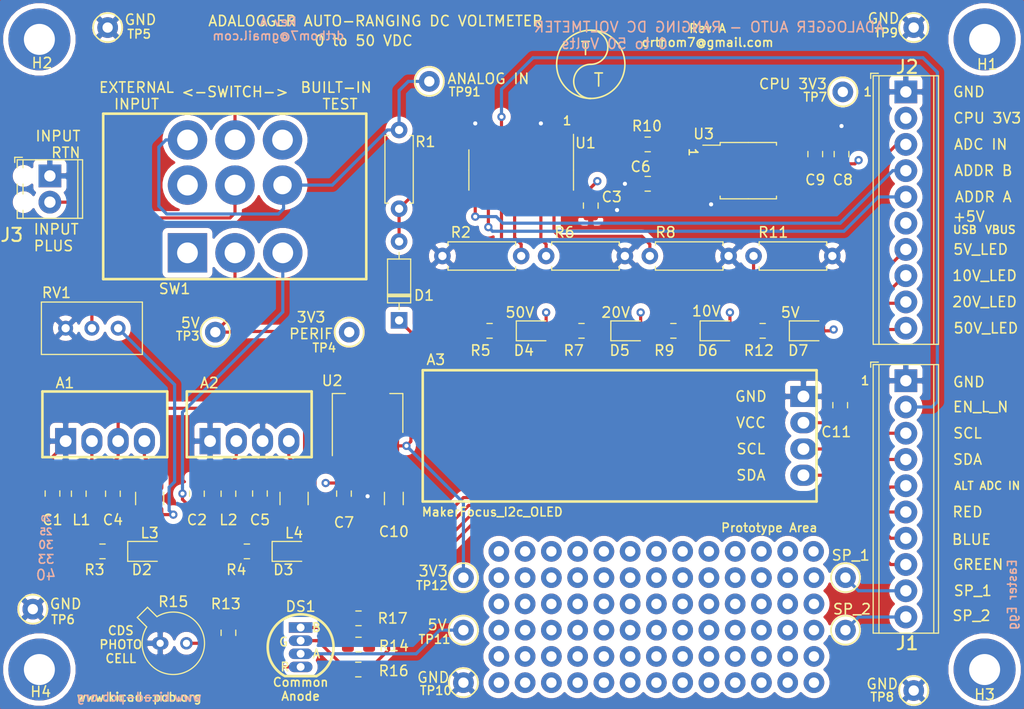
<source format=kicad_pcb>
(kicad_pcb (version 20171130) (host pcbnew "(5.1.4-0)")
  (layers (0 F.Cu signal hide) (1 In1.Cu signal hide) (2 In2.Cu signal hide) (31 B.Cu signal) (34 B.Paste user hide) (35 F.Paste user hide) (36 B.SilkS user) (37 F.SilkS user hide) (38 B.Mask user hide) (39 F.Mask user hide) (44 Edge.Cuts user hide))
  (net 0 "")
  (net 1 "Net-(A1-Pad4)")
  (net 2 "Net-(A1-Pad3)")
  (net 3 "Net-(A1-Pad2)")
  (net 4 GND)
  (net 5 "Net-(A2-Pad4)")
  (net 6 "Net-(A2-Pad2)")
  (net 7 +3.3VP)
  (net 8 /SCL)
  (net 9 /SDA)
  (net 10 +3V3)
  (net 11 +48V)
  (net 12 "Net-(C6-Pad1)")
  (net 13 +5V)
  (net 14 "Net-(D1-Pad2)")
  (net 15 "Net-(D2-Pad1)")
  (net 16 "Net-(D3-Pad1)")
  (net 17 "Net-(D4-Pad1)")
  (net 18 "Net-(D5-Pad1)")
  (net 19 "Net-(D6-Pad1)")
  (net 20 "Net-(D7-Pad1)")
  (net 21 /EN_L_N)
  (net 22 /50V_LED)
  (net 23 /20V_LED)
  (net 24 /10V_LED)
  (net 25 /5V_LED)
  (net 26 /ADDR_A)
  (net 27 /ADDR_B)
  (net 28 /TO_ADC_IN)
  (net 29 /INPUT_PLUS)
  (net 30 "Net-(R1-Pad2)")
  (net 31 "Net-(R2-Pad2)")
  (net 32 "Net-(R6-Pad2)")
  (net 33 "Net-(R8-Pad2)")
  (net 34 "Net-(R11-Pad2)")
  (net 35 "Net-(RV1-Pad2)")
  (net 36 "Net-(U1-Pad7)")
  (net 37 "Net-(U1-Pad5)")
  (net 38 "Net-(U1-Pad4)")
  (net 39 "Net-(U1-Pad2)")
  (net 40 "Net-(U1-Pad1)")
  (net 41 "Net-(U3-Pad8)")
  (net 42 "Net-(U3-Pad5)")
  (net 43 "Net-(U3-Pad1)")
  (net 44 /5V_SW)
  (net 45 "Net-(SW1-Pad9)")
  (net 46 "Net-(SW1-Pad4)")
  (net 47 "Net-(SW1-Pad1)")
  (net 48 /SP_2)
  (net 49 /SP_1)
  (net 50 /ALT_ADC_IN)
  (net 51 "Net-(TP13-Pad1)")
  (net 52 "Net-(TP14-Pad1)")
  (net 53 "Net-(TP15-Pad1)")
  (net 54 "Net-(TP16-Pad1)")
  (net 55 "Net-(TP17-Pad1)")
  (net 56 "Net-(TP18-Pad1)")
  (net 57 "Net-(TP19-Pad1)")
  (net 58 "Net-(TP20-Pad1)")
  (net 59 "Net-(TP21-Pad1)")
  (net 60 "Net-(TP22-Pad1)")
  (net 61 "Net-(TP23-Pad1)")
  (net 62 "Net-(TP24-Pad1)")
  (net 63 "Net-(TP25-Pad1)")
  (net 64 "Net-(TP26-Pad1)")
  (net 65 "Net-(TP27-Pad1)")
  (net 66 "Net-(TP28-Pad1)")
  (net 67 "Net-(TP29-Pad1)")
  (net 68 "Net-(TP30-Pad1)")
  (net 69 "Net-(TP31-Pad1)")
  (net 70 "Net-(TP32-Pad1)")
  (net 71 "Net-(TP33-Pad1)")
  (net 72 "Net-(TP34-Pad1)")
  (net 73 "Net-(TP35-Pad1)")
  (net 74 "Net-(TP36-Pad1)")
  (net 75 "Net-(TP37-Pad1)")
  (net 76 "Net-(TP38-Pad1)")
  (net 77 "Net-(TP39-Pad1)")
  (net 78 "Net-(TP40-Pad1)")
  (net 79 "Net-(TP41-Pad1)")
  (net 80 "Net-(TP42-Pad1)")
  (net 81 "Net-(TP43-Pad1)")
  (net 82 "Net-(TP44-Pad1)")
  (net 83 "Net-(TP45-Pad1)")
  (net 84 "Net-(TP46-Pad1)")
  (net 85 "Net-(TP47-Pad1)")
  (net 86 "Net-(TP48-Pad1)")
  (net 87 "Net-(TP49-Pad1)")
  (net 88 "Net-(TP50-Pad1)")
  (net 89 "Net-(TP51-Pad1)")
  (net 90 "Net-(TP52-Pad1)")
  (net 91 "Net-(TP53-Pad1)")
  (net 92 "Net-(TP54-Pad1)")
  (net 93 "Net-(TP55-Pad1)")
  (net 94 "Net-(TP56-Pad1)")
  (net 95 "Net-(TP57-Pad1)")
  (net 96 "Net-(TP58-Pad1)")
  (net 97 "Net-(TP59-Pad1)")
  (net 98 "Net-(TP60-Pad1)")
  (net 99 "Net-(TP61-Pad1)")
  (net 100 "Net-(TP62-Pad1)")
  (net 101 "Net-(TP63-Pad1)")
  (net 102 "Net-(TP64-Pad1)")
  (net 103 "Net-(TP65-Pad1)")
  (net 104 "Net-(TP66-Pad1)")
  (net 105 "Net-(TP67-Pad1)")
  (net 106 "Net-(TP68-Pad1)")
  (net 107 "Net-(TP69-Pad1)")
  (net 108 "Net-(TP70-Pad1)")
  (net 109 "Net-(TP71-Pad1)")
  (net 110 "Net-(TP72-Pad1)")
  (net 111 "Net-(TP73-Pad1)")
  (net 112 "Net-(TP74-Pad1)")
  (net 113 "Net-(TP75-Pad1)")
  (net 114 "Net-(TP76-Pad1)")
  (net 115 "Net-(TP77-Pad1)")
  (net 116 "Net-(TP78-Pad1)")
  (net 117 "Net-(TP79-Pad1)")
  (net 118 "Net-(TP80-Pad1)")
  (net 119 "Net-(TP81-Pad1)")
  (net 120 "Net-(TP82-Pad1)")
  (net 121 "Net-(TP83-Pad1)")
  (net 122 "Net-(TP84-Pad1)")
  (net 123 "Net-(DS1-Pad1)")
  (net 124 "Net-(DS1-Pad2)")
  (net 125 "Net-(DS1-Pad4)")
  (net 126 /BLUE)
  (net 127 /GRN)
  (net 128 /RED)
  (net 129 "Net-(TP85-Pad1)")
  (net 130 "Net-(TP86-Pad1)")
  (net 131 "Net-(TP87-Pad1)")
  (net 132 "Net-(TP88-Pad1)")
  (net 133 "Net-(TP89-Pad1)")
  (net 134 "Net-(TP90-Pad1)")
  (module drthom:TT (layer F.Cu) (at 120.65 55.753)
    (fp_text reference REF** hide)
    (fp_text value TT hide)
    (fp_text user T (at 0.762 1.524) (layer F.SilkS) (effects (font (size 1.27 1.27) (thickness 0.1524))))
    (fp_text user T (at -0.508 -1.524) (layer F.SilkS) (effects (font (size 1.27 1.27) (thickness 0.1524))))
  )
  (module drthom:MakerFocus_I2c_OLED (layer F.Cu) (at 141.224 87.884)
    (fp_text reference A3 (at -35.56 -3.556) (layer F.SilkS))
    (fp_text value MakerFocus_I2c_OLED hide)
    (fp_text user MakerFocus_I2c_OLED (at -30.099 11.176) (layer F.SilkS) (effects (font (size 0.8382 0.8382) (thickness 0.1524))))
    (fp_text user SDA (at -5.08 7.62) (layer F.SilkS))
    (fp_text user SCL (at -5.08 5.08) (layer F.SilkS))
    (fp_text user VCC (at -5.08 2.54) (layer F.SilkS))
    (fp_text user GND (at -5.08 0) (layer F.SilkS))
    (pad 4 thru_hole oval (at 0 7.62) (size 2.54 2.032) (drill 1.143) (layers *.Cu *.Mask) (net 9 /SDA))
    (pad 3 thru_hole oval (at 0 5.08) (size 2.54 2.032) (drill 1.143) (layers *.Cu *.Mask) (net 8 /SCL))
    (pad 2 thru_hole oval (at 0 2.54) (size 2.54 2.032) (drill 1.143) (layers *.Cu *.Mask) (net 7 +3.3VP))
    (pad 1 thru_hole rect (at 0 0) (size 2.54 2.032) (drill 1.143) (layers *.Cu *.Mask) (net 4 GND))
  )
  (module drthom:GF-161-0005 (layer F.Cu) (at 81.6356 73.9902)
    (fp_text reference SW1 (at -1.2446 3.4798) (layer F.SilkS))
    (fp_text value SW_3PDT)
    (pad 9 thru_hole circle (at 9.1948 -10.922) (size 3.81 3.81) (drill 2.0066) (layers *.Cu *.Mask) (net 45 "Net-(SW1-Pad9)"))
    (pad 8 thru_hole circle (at 4.5974 -10.922) (size 3.81 3.81) (drill 2.0066) (layers *.Cu *.Mask) (net 29 /INPUT_PLUS))
    (pad 7 thru_hole circle (at 0 -10.922) (size 3.81 3.81) (drill 2.0066) (layers *.Cu *.Mask) (net 30 "Net-(R1-Pad2)"))
    (pad 6 thru_hole circle (at 9.1948 -6.5532) (size 3.81 3.81) (drill 1.778) (layers *.Cu *.Mask) (net 30 "Net-(R1-Pad2)"))
    (pad 5 thru_hole circle (at 4.5974 -6.5532) (size 3.81 3.81) (drill 2.0066) (layers *.Cu *.Mask) (net 35 "Net-(RV1-Pad2)"))
    (pad 4 thru_hole circle (at 0 -6.5532) (size 3.81 3.81) (drill 2.0066) (layers *.Cu *.Mask) (net 46 "Net-(SW1-Pad4)"))
    (pad 3 thru_hole circle (at 9.2202 0) (size 3.81 3.81) (drill 2.0066) (layers *.Cu *.Mask) (net 44 /5V_SW))
    (pad 2 thru_hole circle (at 4.5974 0) (size 3.81 3.81) (drill 2.0066) (layers *.Cu *.Mask) (net 13 +5V))
    (pad 1 thru_hole rect (at 0 0) (size 3.81 3.81) (drill 2.0066) (layers *.Cu *.Mask) (net 47 "Net-(SW1-Pad1)"))
  )
  (module drthom:Converter_DCDC_muRata_NMExxxxSC_THT (layer F.Cu) (at 83.82 92.202)
    (fp_text reference A2 (at -0.0635 -5.6261) (layer F.SilkS))
    (fp_text value NME0524SC)
    (pad 4 thru_hole oval (at 7.62 0) (size 2.032 2.54) (drill 1.143) (layers *.Cu *.Mask) (net 5 "Net-(A2-Pad4)"))
    (pad 3 thru_hole oval (at 5.08 0) (size 2.032 2.54) (drill 1.143) (layers *.Cu *.Mask) (net 4 GND))
    (pad 2 thru_hole oval (at 2.54 0) (size 2.032 2.54) (drill 1.143) (layers *.Cu *.Mask) (net 6 "Net-(A2-Pad2)"))
    (pad 1 thru_hole rect (at 0 0) (size 2.032 2.54) (drill 1.143) (layers *.Cu *.Mask) (net 4 GND))
  )
  (module drthom:Converter_DCDC_muRata_NMExxxxSC_THT (layer F.Cu) (at 69.85 92.202)
    (fp_text reference A1 (at -0.0635 -5.6261) (layer F.SilkS))
    (fp_text value NME0524SC)
    (pad 4 thru_hole oval (at 7.62 0) (size 2.032 2.54) (drill 1.143) (layers *.Cu *.Mask) (net 1 "Net-(A1-Pad4)"))
    (pad 3 thru_hole oval (at 5.08 0) (size 2.032 2.54) (drill 1.143) (layers *.Cu *.Mask) (net 2 "Net-(A1-Pad3)"))
    (pad 2 thru_hole oval (at 2.54 0) (size 2.032 2.54) (drill 1.143) (layers *.Cu *.Mask) (net 3 "Net-(A1-Pad2)"))
    (pad 1 thru_hole rect (at 0 0) (size 2.032 2.54) (drill 1.143) (layers *.Cu *.Mask) (net 4 GND))
  )
  (module TestPoint:TestPoint_Keystone_5000-5004_Miniature (layer F.Cu) (at 105.029 57.404)
    (fp_text reference TP91 (at 3.429 1.016) (layer F.SilkS) (effects (font (size 0.8382 0.8382))))
    (fp_text value "ANALOG IN")
    (pad 1 thru_hole circle (at 0 0) (size 2 2) (drill 1) (layers *.Cu *.Mask) (net 30 "Net-(R1-Pad2)"))
  )
  (module TestPoint:TestPoint_Keystone_5000-5004_Miniature (layer F.Cu) (at 145.288 110.49)
    (fp_text reference TP2 hide)
    (fp_text value SPARE)
    (pad 1 thru_hole circle (at 0 0) (size 2 2) (drill 1) (layers *.Cu *.Mask) (net 48 /SP_2))
  )
  (module TestPoint:TestPoint_Keystone_5000-5004_Miniature (layer F.Cu) (at 145.288 105.41)
    (fp_text reference TP1 hide)
    (fp_text value SPARE)
    (pad 1 thru_hole circle (at 0 0) (size 2 2) (drill 1) (layers *.Cu *.Mask) (net 49 /SP_1))
  )
  (module Resistor_SMD:R_0805_2012Metric_Pad1.15x1.40mm_HandSolder (layer F.Cu) (at 98.18 109.347 180)
    (fp_text reference R17 (at -3.302 0) (layer F.SilkS))
    (fp_text value 604)
    (pad 2 smd roundrect (at 1.025 0 180) (size 1.15 1.4) (layers F.Cu F.Paste F.Mask) (roundrect_rratio 0.217391) (net 125 "Net-(DS1-Pad4)"))
    (pad 1 smd roundrect (at -1.025 0 180) (size 1.15 1.4) (layers F.Cu F.Paste F.Mask) (roundrect_rratio 0.217391) (net 128 /RED))
  )
  (module Resistor_SMD:R_0805_2012Metric_Pad1.15x1.40mm_HandSolder (layer F.Cu) (at 98.162 114.3 180)
    (fp_text reference R16 (at -3.42 -0.127) (layer F.SilkS))
    (fp_text value 475)
    (pad 2 smd roundrect (at 1.025 0 180) (size 1.15 1.4) (layers F.Cu F.Paste F.Mask) (roundrect_rratio 0.217391) (net 124 "Net-(DS1-Pad2)"))
    (pad 1 smd roundrect (at -1.025 0 180) (size 1.15 1.4) (layers F.Cu F.Paste F.Mask) (roundrect_rratio 0.217391) (net 127 /GRN))
  )
  (module Resistor_SMD:R_0805_2012Metric_Pad1.15x1.40mm_HandSolder (layer F.Cu) (at 98.18 111.887 180)
    (fp_text reference R14 (at -3.42 -0.127) (layer F.SilkS))
    (fp_text value 442)
    (pad 2 smd roundrect (at 1.025 0 180) (size 1.15 1.4) (layers F.Cu F.Paste F.Mask) (roundrect_rratio 0.217391) (net 123 "Net-(DS1-Pad1)"))
    (pad 1 smd roundrect (at -1.025 0 180) (size 1.15 1.4) (layers F.Cu F.Paste F.Mask) (roundrect_rratio 0.217391) (net 126 /BLUE))
  )
  (module TestPoint:TestPoint_Keystone_5000-5004_Miniature (layer F.Cu) (at 151.892 52.197)
    (fp_text reference TP9 (at -2.667 0.508) (layer F.SilkS) (effects (font (size 0.8382 0.8382))))
    (fp_text value GND)
    (pad 1 thru_hole circle (at 0 0) (size 2 2) (drill 1) (layers *.Cu *.Mask) (net 4 GND))
  )
  (module TestPoint:TestPoint_Keystone_5000-5004_Miniature (layer F.Cu) (at 151.892 116.332)
    (fp_text reference TP8 (at -3.048 0.635) (layer F.SilkS) (effects (font (size 0.8382 0.8382))))
    (fp_text value GND)
    (pad 1 thru_hole circle (at 0 0) (size 2 2) (drill 1) (layers *.Cu *.Mask) (net 4 GND))
  )
  (module TestPoint:TestPoint_Keystone_5000-5004_Miniature (layer F.Cu) (at 145.034 58.42)
    (fp_text reference TP7 (at -2.667 0.508) (layer F.SilkS) (effects (font (size 0.8382 0.8382))))
    (fp_text value "CPU 3V3")
    (pad 1 thru_hole circle (at 0 0) (size 2 2) (drill 1) (layers *.Cu *.Mask) (net 10 +3V3))
  )
  (module TestPoint:TestPoint_Keystone_5000-5004_Miniature (layer F.Cu) (at 66.675 108.458)
    (fp_text reference TP6 (at 2.921 1.016) (layer F.SilkS) (effects (font (size 0.8382 0.8382))))
    (fp_text value GND)
    (pad 1 thru_hole circle (at 0 0) (size 2 2) (drill 1) (layers *.Cu *.Mask) (net 4 GND))
  )
  (module TestPoint:TestPoint_Keystone_5000-5004_Miniature (layer F.Cu) (at 73.914 52.197)
    (fp_text reference TP5 (at 3.048 0.635) (layer F.SilkS) (effects (font (size 0.8382 0.8382))))
    (fp_text value GND)
    (pad 1 thru_hole circle (at 0 0) (size 2 2) (drill 1) (layers *.Cu *.Mask) (net 4 GND))
  )
  (module TestPoint:TestPoint_Keystone_5000-5004_Miniature (layer F.Cu) (at 97.282 81.661)
    (fp_text reference TP4 (at -2.413 1.524) (layer F.SilkS) (effects (font (size 0.8382 0.8382))))
    (fp_text value "3V3 PERIF")
    (pad 1 thru_hole circle (at 0 0) (size 2 2) (drill 1) (layers *.Cu *.Mask) (net 7 +3.3VP))
  )
  (module TestPoint:TestPoint_Keystone_5000-5004_Miniature (layer F.Cu) (at 84.328 81.661)
    (fp_text reference TP3 (at -2.667 0.381) (layer F.SilkS) (effects (font (size 0.8382 0.8382))))
    (fp_text value 5V)
    (pad 1 thru_hole circle (at 0 0) (size 2 2) (drill 1) (layers *.Cu *.Mask) (net 13 +5V))
  )
  (module Package_TO_SOT_SMD:SOT-223 (layer F.Cu) (at 99.06 89.51 90)
    (fp_text reference U2 (at 3.15 -3.429 180) (layer F.SilkS))
    (fp_text value LM3940IMP-3.3)
    (pad 1 smd rect (at -3.15 -2.3 90) (size 2 1.5) (layers F.Cu F.Paste F.Mask) (net 13 +5V))
    (pad 3 smd rect (at -3.15 2.3 90) (size 2 1.5) (layers F.Cu F.Paste F.Mask) (net 7 +3.3VP))
    (pad 2 smd rect (at -3.15 0 90) (size 2 1.5) (layers F.Cu F.Paste F.Mask) (net 4 GND))
    (pad 4 smd rect (at 3.15 0 90) (size 2 3.8) (layers F.Cu F.Paste F.Mask) (net 4 GND))
  )
  (module Capacitor_SMD:C_0805_2012Metric (layer F.Cu) (at 144.78 88.7245 270)
    (fp_text reference C11 (at 2.5885 0.381 180) (layer F.SilkS))
    (fp_text value 0.1uF)
    (pad 2 smd roundrect (at 0.9375 0 270) (size 0.975 1.4) (layers F.Cu F.Paste F.Mask) (net 7 +3.3VP))
    (pad 1 smd roundrect (at -0.9375 0 270) (size 0.975 1.4) (layers F.Cu F.Paste F.Mask) (net 4 GND))
  )
  (module Package_SO:SOIC-8_5.23x5.23mm_P1.27mm (layer F.Cu) (at 135.89 66.04)
    (fp_text reference U3 (at -4.318 -3.556) (layer F.SilkS))
    (fp_text value MCP6241-E/P)
    (pad 8 smd roundrect (at 3.6 -1.905) (size 1.6 0.6) (layers F.Cu F.Paste F.Mask) (net 41 "Net-(U3-Pad8)"))
    (pad 7 smd roundrect (at 3.6 -0.635) (size 1.6 0.6) (layers F.Cu F.Paste F.Mask) (net 10 +3V3))
    (pad 6 smd roundrect (at 3.6 0.635) (size 1.6 0.6) (layers F.Cu F.Paste F.Mask) (net 28 /TO_ADC_IN))
    (pad 5 smd roundrect (at 3.6 1.905) (size 1.6 0.6) (layers F.Cu F.Paste F.Mask) (net 42 "Net-(U3-Pad5)"))
    (pad 4 smd roundrect (at -3.6 1.905) (size 1.6 0.6) (layers F.Cu F.Paste F.Mask) (net 4 GND))
    (pad 3 smd roundrect (at -3.6 0.635) (size 1.6 0.6) (layers F.Cu F.Paste F.Mask) (net 12 "Net-(C6-Pad1)"))
    (pad 2 smd roundrect (at -3.6 -0.635) (size 1.6 0.6) (layers F.Cu F.Paste F.Mask) (net 28 /TO_ADC_IN))
    (pad 1 smd roundrect (at -3.6 -1.905) (size 1.6 0.6) (layers F.Cu F.Paste F.Mask) (net 43 "Net-(U3-Pad1)"))
  )
  (module Package_SO:SOIC-16_3.9x9.9mm_P1.27mm (layer F.Cu) (at 113.919 65.975 270)
    (fp_text reference U1 (at -2.605 -6.223) (layer F.SilkS))
    (fp_text value MAX4618CSE+)
    (pad 16 smd roundrect (at 2.475 -4.445 270) (size 1.95 0.6) (layers F.Cu F.Paste F.Mask) (net 10 +3V3))
    (pad 15 smd roundrect (at 2.475 -3.175 270) (size 1.95 0.6) (layers F.Cu F.Paste F.Mask) (net 33 "Net-(R8-Pad2)"))
    (pad 14 smd roundrect (at 2.475 -1.905 270) (size 1.95 0.6) (layers F.Cu F.Paste F.Mask) (net 32 "Net-(R6-Pad2)"))
    (pad 13 smd roundrect (at 2.475 -0.635 270) (size 1.95 0.6) (layers F.Cu F.Paste F.Mask) (net 14 "Net-(D1-Pad2)"))
    (pad 12 smd roundrect (at 2.475 0.635 270) (size 1.95 0.6) (layers F.Cu F.Paste F.Mask) (net 31 "Net-(R2-Pad2)"))
    (pad 11 smd roundrect (at 2.475 1.905 270) (size 1.95 0.6) (layers F.Cu F.Paste F.Mask) (net 34 "Net-(R11-Pad2)"))
    (pad 10 smd roundrect (at 2.475 3.175 270) (size 1.95 0.6) (layers F.Cu F.Paste F.Mask) (net 26 /ADDR_A))
    (pad 9 smd roundrect (at 2.475 4.445 270) (size 1.95 0.6) (layers F.Cu F.Paste F.Mask) (net 27 /ADDR_B))
    (pad 8 smd roundrect (at -2.475 4.445 270) (size 1.95 0.6) (layers F.Cu F.Paste F.Mask) (net 4 GND))
    (pad 7 smd roundrect (at -2.475 3.175 270) (size 1.95 0.6) (layers F.Cu F.Paste F.Mask) (net 36 "Net-(U1-Pad7)"))
    (pad 6 smd roundrect (at -2.475 1.905 270) (size 1.95 0.6) (layers F.Cu F.Paste F.Mask) (net 21 /EN_L_N))
    (pad 5 smd roundrect (at -2.475 0.635 270) (size 1.95 0.6) (layers F.Cu F.Paste F.Mask) (net 37 "Net-(U1-Pad5)"))
    (pad 4 smd roundrect (at -2.475 -0.635 270) (size 1.95 0.6) (layers F.Cu F.Paste F.Mask) (net 38 "Net-(U1-Pad4)"))
    (pad 3 smd roundrect (at -2.475 -1.905 270) (size 1.95 0.6) (layers F.Cu F.Paste F.Mask) (net 4 GND))
    (pad 2 smd roundrect (at -2.475 -3.175 270) (size 1.95 0.6) (layers F.Cu F.Paste F.Mask) (net 39 "Net-(U1-Pad2)"))
    (pad 1 smd roundrect (at -2.475 -4.445 270) (size 1.95 0.6) (layers F.Cu F.Paste F.Mask) (net 40 "Net-(U1-Pad1)"))
  )
  (module Potentiometer_THT:Potentiometer_Bourns_3296W_Vertical (layer F.Cu) (at 74.93 81.28)
    (fp_text reference RV1 (at -5.969 -3.429) (layer F.SilkS))
    (fp_text value 100k)
    (pad 3 thru_hole circle (at -5.08 0) (size 1.44 1.44) (drill 0.8) (layers *.Cu *.Mask) (net 4 GND))
    (pad 2 thru_hole circle (at -2.54 0) (size 1.44 1.44) (drill 0.8) (layers *.Cu *.Mask) (net 35 "Net-(RV1-Pad2)"))
    (pad 1 thru_hole circle (at 0 0) (size 1.44 1.44) (drill 0.8) (layers *.Cu *.Mask) (net 11 +48V))
  )
  (module Package_TO_SOT_THT:TO-18-2_Lens (layer F.Cu) (at 78.994 111.76)
    (fp_text reference R15 (at 1.27 -4.02) (layer F.SilkS))
    (fp_text value "CDS PhotoCell")
    (pad 2 thru_hole oval (at 2.54 0) (size 1.2 1.2) (drill 0.7) (layers *.Cu *.Mask) (net 50 /ALT_ADC_IN))
    (pad 1 thru_hole oval (at 0 0) (size 1.6 1.2) (drill 0.7) (layers *.Cu *.Mask) (net 4 GND))
  )
  (module Resistor_SMD:R_0805_2012Metric_Pad1.15x1.40mm_HandSolder (layer F.Cu) (at 85.598 110.744 90)
    (fp_text reference R13 (at 2.794 -0.254 180) (layer F.SilkS))
    (fp_text value 10k)
    (pad 2 smd roundrect (at 1.025 0 90) (size 1.15 1.4) (layers F.Cu F.Paste F.Mask) (roundrect_rratio 0.217391) (net 7 +3.3VP))
    (pad 1 smd roundrect (at -1.025 0 90) (size 1.15 1.4) (layers F.Cu F.Paste F.Mask) (roundrect_rratio 0.217391) (net 50 /ALT_ADC_IN))
  )
  (module Resistor_SMD:R_0805_2012Metric_Pad1.15x1.40mm_HandSolder (layer F.Cu) (at 137.278 81.534)
    (fp_text reference R12 (at -0.372 1.905) (layer F.SilkS))
    (fp_text value 220)
    (pad 2 smd roundrect (at 1.025 0) (size 1.15 1.4) (layers F.Cu F.Paste F.Mask) (roundrect_rratio 0.217391) (net 20 "Net-(D7-Pad1)"))
    (pad 1 smd roundrect (at -1.025 0) (size 1.15 1.4) (layers F.Cu F.Paste F.Mask) (roundrect_rratio 0.217391) (net 25 /5V_LED))
  )
  (module Resistor_THT:R_Axial_DIN0207_L6.3mm_D2.5mm_P7.62mm_Horizontal (layer F.Cu) (at 144.018 74.295 180)
    (fp_text reference R11 (at 5.715 2.286) (layer F.SilkS))
    (fp_text value 20M)
    (pad 2 thru_hole oval (at 7.62 0 180) (size 1.6 1.6) (drill 0.8) (layers *.Cu *.Mask) (net 34 "Net-(R11-Pad2)"))
    (pad 1 thru_hole circle (at 0 0 180) (size 1.6 1.6) (drill 0.8) (layers *.Cu *.Mask) (net 4 GND))
  )
  (module Resistor_SMD:R_0805_2012Metric (layer F.Cu) (at 126.1595 63.5 180)
    (fp_text reference R10 (at 0.0785 1.778) (layer F.SilkS))
    (fp_text value 10K)
    (pad 2 smd roundrect (at 0.9375 0 180) (size 0.975 1.4) (layers F.Cu F.Paste F.Mask) (net 14 "Net-(D1-Pad2)"))
    (pad 1 smd roundrect (at -0.9375 0 180) (size 0.975 1.4) (layers F.Cu F.Paste F.Mask) (net 12 "Net-(C6-Pad1)"))
  )
  (module Resistor_SMD:R_0805_2012Metric_Pad1.15x1.40mm_HandSolder (layer F.Cu) (at 128.642 81.534)
    (fp_text reference R9 (at -0.88 1.905) (layer F.SilkS))
    (fp_text value 220)
    (pad 2 smd roundrect (at 1.025 0) (size 1.15 1.4) (layers F.Cu F.Paste F.Mask) (roundrect_rratio 0.217391) (net 19 "Net-(D6-Pad1)"))
    (pad 1 smd roundrect (at -1.025 0) (size 1.15 1.4) (layers F.Cu F.Paste F.Mask) (roundrect_rratio 0.217391) (net 24 /10V_LED))
  )
  (module Resistor_THT:R_Axial_DIN0207_L6.3mm_D2.5mm_P7.62mm_Horizontal (layer F.Cu) (at 133.985 74.295 180)
    (fp_text reference R8 (at 6.096 2.286) (layer F.SilkS))
    (fp_text value 4.99M)
    (pad 2 thru_hole oval (at 7.62 0 180) (size 1.6 1.6) (drill 0.8) (layers *.Cu *.Mask) (net 33 "Net-(R8-Pad2)"))
    (pad 1 thru_hole circle (at 0 0 180) (size 1.6 1.6) (drill 0.8) (layers *.Cu *.Mask) (net 4 GND))
  )
  (module Resistor_SMD:R_0805_2012Metric_Pad1.15x1.40mm_HandSolder (layer F.Cu) (at 119.752 81.534)
    (fp_text reference R7 (at -0.753 1.905) (layer F.SilkS))
    (fp_text value 220)
    (pad 2 smd roundrect (at 1.025 0) (size 1.15 1.4) (layers F.Cu F.Paste F.Mask) (roundrect_rratio 0.217391) (net 18 "Net-(D5-Pad1)"))
    (pad 1 smd roundrect (at -1.025 0) (size 1.15 1.4) (layers F.Cu F.Paste F.Mask) (roundrect_rratio 0.217391) (net 23 /20V_LED))
  )
  (module Resistor_THT:R_Axial_DIN0207_L6.3mm_D2.5mm_P7.62mm_Horizontal (layer F.Cu) (at 123.952 74.295 180)
    (fp_text reference R6 (at 5.842 2.286) (layer F.SilkS))
    (fp_text value 2M)
    (pad 2 thru_hole oval (at 7.62 0 180) (size 1.6 1.6) (drill 0.8) (layers *.Cu *.Mask) (net 32 "Net-(R6-Pad2)"))
    (pad 1 thru_hole circle (at 0 0 180) (size 1.6 1.6) (drill 0.8) (layers *.Cu *.Mask) (net 4 GND))
  )
  (module Resistor_SMD:R_0805_2012Metric_Pad1.15x1.40mm_HandSolder (layer F.Cu) (at 110.862 81.534)
    (fp_text reference R5 (at -0.88 1.905) (layer F.SilkS))
    (fp_text value 220)
    (pad 2 smd roundrect (at 1.025 0) (size 1.15 1.4) (layers F.Cu F.Paste F.Mask) (roundrect_rratio 0.217391) (net 17 "Net-(D4-Pad1)"))
    (pad 1 smd roundrect (at -1.025 0) (size 1.15 1.4) (layers F.Cu F.Paste F.Mask) (roundrect_rratio 0.217391) (net 22 /50V_LED))
  )
  (module Resistor_SMD:R_0805_2012Metric_Pad1.15x1.40mm_HandSolder (layer F.Cu) (at 87.385 102.87)
    (fp_text reference R4 (at -1.025 1.778) (layer F.SilkS))
    (fp_text value 4.3k)
    (pad 2 smd roundrect (at 1.025 0) (size 1.15 1.4) (layers F.Cu F.Paste F.Mask) (roundrect_rratio 0.217391) (net 16 "Net-(D3-Pad1)"))
    (pad 1 smd roundrect (at -1.025 0) (size 1.15 1.4) (layers F.Cu F.Paste F.Mask) (roundrect_rratio 0.217391) (net 4 GND))
  )
  (module Resistor_SMD:R_0805_2012Metric_Pad1.15x1.40mm_HandSolder (layer F.Cu) (at 73.415 102.87)
    (fp_text reference R3 (at -0.771 1.778) (layer F.SilkS))
    (fp_text value 4.3k)
    (pad 2 smd roundrect (at 1.025 0) (size 1.15 1.4) (layers F.Cu F.Paste F.Mask) (roundrect_rratio 0.217391) (net 15 "Net-(D2-Pad1)"))
    (pad 1 smd roundrect (at -1.025 0) (size 1.15 1.4) (layers F.Cu F.Paste F.Mask) (roundrect_rratio 0.217391) (net 2 "Net-(A1-Pad3)"))
  )
  (module Resistor_THT:R_Axial_DIN0207_L6.3mm_D2.5mm_P7.62mm_Horizontal (layer F.Cu) (at 106.299 74.295)
    (fp_text reference R2 (at 1.778 -2.286) (layer F.SilkS))
    (fp_text value 750k)
    (pad 2 thru_hole oval (at 7.62 0) (size 1.6 1.6) (drill 0.8) (layers *.Cu *.Mask) (net 31 "Net-(R2-Pad2)"))
    (pad 1 thru_hole circle (at 0 0) (size 1.6 1.6) (drill 0.8) (layers *.Cu *.Mask) (net 4 GND))
  )
  (module Resistor_THT:R_Axial_DIN0207_L6.3mm_D2.5mm_P7.62mm_Horizontal (layer F.Cu) (at 102.108 69.723 90)
    (fp_text reference R1 (at 6.477 2.54 180) (layer F.SilkS))
    (fp_text value "10 Meg")
    (pad 2 thru_hole oval (at 7.62 0 90) (size 1.6 1.6) (drill 0.8) (layers *.Cu *.Mask) (net 30 "Net-(R1-Pad2)"))
    (pad 1 thru_hole circle (at 0 0 90) (size 1.6 1.6) (drill 0.8) (layers *.Cu *.Mask) (net 14 "Net-(D1-Pad2)"))
  )
  (module Inductor_SMD:L_1210_3225Metric_Pad1.42x2.65mm_HandSolder (layer F.Cu) (at 91.948 97.7535 270)
    (fp_text reference L4 (at 3.3385 0 180) (layer F.SilkS))
    (fp_text value 100uH)
    (pad 2 smd roundrect (at 1.4875 0 270) (size 1.425 2.65) (layers F.Cu F.Paste F.Mask) (roundrect_rratio 0.175439) (net 2 "Net-(A1-Pad3)"))
    (pad 1 smd roundrect (at -1.4875 0 270) (size 1.425 2.65) (layers F.Cu F.Paste F.Mask) (roundrect_rratio 0.175439) (net 5 "Net-(A2-Pad4)"))
  )
  (module Inductor_SMD:L_1210_3225Metric_Pad1.42x2.65mm_HandSolder (layer F.Cu) (at 77.978 97.7535 270)
    (fp_text reference L3 (at 3.3385 0 180) (layer F.SilkS))
    (fp_text value 100uH)
    (pad 2 smd roundrect (at 1.4875 0 270) (size 1.425 2.65) (layers F.Cu F.Paste F.Mask) (roundrect_rratio 0.175439) (net 11 +48V))
    (pad 1 smd roundrect (at -1.4875 0 270) (size 1.425 2.65) (layers F.Cu F.Paste F.Mask) (roundrect_rratio 0.175439) (net 1 "Net-(A1-Pad4)"))
  )
  (module Inductor_SMD:L_0805_2012Metric_Pad1.15x1.40mm_HandSolder (layer F.Cu) (at 85.598 97.291 90)
    (fp_text reference L2 (at -2.531 0 180) (layer F.SilkS))
    (fp_text value 4.7uH)
    (pad 2 smd roundrect (at 1.025 0 90) (size 1.15 1.4) (layers F.Cu F.Paste F.Mask) (roundrect_rratio 0.217391) (net 6 "Net-(A2-Pad2)"))
    (pad 1 smd roundrect (at -1.025 0 90) (size 1.15 1.4) (layers F.Cu F.Paste F.Mask) (roundrect_rratio 0.217391) (net 44 /5V_SW))
  )
  (module Inductor_SMD:L_0805_2012Metric_Pad1.15x1.40mm_HandSolder (layer F.Cu) (at 71.12 97.291 90)
    (fp_text reference L1 (at -2.531 0.254 180) (layer F.SilkS))
    (fp_text value 4.7uH)
    (pad 2 smd roundrect (at 1.025 0 90) (size 1.15 1.4) (layers F.Cu F.Paste F.Mask) (roundrect_rratio 0.217391) (net 3 "Net-(A1-Pad2)"))
    (pad 1 smd roundrect (at -1.025 0 90) (size 1.15 1.4) (layers F.Cu F.Paste F.Mask) (roundrect_rratio 0.217391) (net 44 /5V_SW))
  )
  (module TerminalBlock_Phoenix:TerminalBlock_Phoenix_MPT-0,5-10-2.54_1x10_P2.54mm_Horizontal (layer F.Cu) (at 151.13 58.42 270)
    (fp_text reference J2 (at -2.413 -0.127 180) (layer F.SilkS) (effects (font (size 1.27 1.27) (thickness 0.2032))))
    (fp_text value Screw_Terminal_01x10)
    (pad 10 thru_hole circle (at 22.86 0 270) (size 2.2 2.2) (drill 1.1) (layers *.Cu *.Mask) (net 22 /50V_LED))
    (pad 9 thru_hole circle (at 20.32 0 270) (size 2.2 2.2) (drill 1.1) (layers *.Cu *.Mask) (net 23 /20V_LED))
    (pad 8 thru_hole circle (at 17.78 0 270) (size 2.2 2.2) (drill 1.1) (layers *.Cu *.Mask) (net 24 /10V_LED))
    (pad 7 thru_hole circle (at 15.24 0 270) (size 2.2 2.2) (drill 1.1) (layers *.Cu *.Mask) (net 25 /5V_LED))
    (pad 6 thru_hole circle (at 12.7 0 270) (size 2.2 2.2) (drill 1.1) (layers *.Cu *.Mask) (net 13 +5V))
    (pad 5 thru_hole circle (at 10.16 0 270) (size 2.2 2.2) (drill 1.1) (layers *.Cu *.Mask) (net 26 /ADDR_A))
    (pad 4 thru_hole circle (at 7.62 0 270) (size 2.2 2.2) (drill 1.1) (layers *.Cu *.Mask) (net 27 /ADDR_B))
    (pad 3 thru_hole circle (at 5.08 0 270) (size 2.2 2.2) (drill 1.1) (layers *.Cu *.Mask) (net 28 /TO_ADC_IN))
    (pad 2 thru_hole circle (at 2.54 0 270) (size 2.2 2.2) (drill 1.1) (layers *.Cu *.Mask) (net 10 +3V3))
    (pad 1 thru_hole rect (at 0 0 270) (size 2.2 2.2) (drill 1.1) (layers *.Cu *.Mask) (net 4 GND))
  )
  (module TerminalBlock_Phoenix:TerminalBlock_Phoenix_MPT-0,5-10-2.54_1x10_P2.54mm_Horizontal (layer F.Cu) (at 151.13 86.36 270)
    (fp_text reference J1 (at 25.4 -0.127 180) (layer F.SilkS) (effects (font (size 1.27 1.27) (thickness 0.2032))))
    (fp_text value Screw_Terminal_01x10)
    (pad 10 thru_hole circle (at 22.86 0 270) (size 2.2 2.2) (drill 1.1) (layers *.Cu *.Mask) (net 48 /SP_2))
    (pad 9 thru_hole circle (at 20.32 0 270) (size 2.2 2.2) (drill 1.1) (layers *.Cu *.Mask) (net 49 /SP_1))
    (pad 8 thru_hole circle (at 17.78 0 270) (size 2.2 2.2) (drill 1.1) (layers *.Cu *.Mask) (net 127 /GRN))
    (pad 7 thru_hole circle (at 15.24 0 270) (size 2.2 2.2) (drill 1.1) (layers *.Cu *.Mask) (net 126 /BLUE))
    (pad 6 thru_hole circle (at 12.7 0 270) (size 2.2 2.2) (drill 1.1) (layers *.Cu *.Mask) (net 128 /RED))
    (pad 5 thru_hole circle (at 10.16 0 270) (size 2.2 2.2) (drill 1.1) (layers *.Cu *.Mask) (net 50 /ALT_ADC_IN))
    (pad 4 thru_hole circle (at 7.62 0 270) (size 2.2 2.2) (drill 1.1) (layers *.Cu *.Mask) (net 9 /SDA))
    (pad 3 thru_hole circle (at 5.08 0 270) (size 2.2 2.2) (drill 1.1) (layers *.Cu *.Mask) (net 8 /SCL))
    (pad 2 thru_hole circle (at 2.54 0 270) (size 2.2 2.2) (drill 1.1) (layers *.Cu *.Mask) (net 21 /EN_L_N))
    (pad 1 thru_hole rect (at 0 0 270) (size 2.2 2.2) (drill 1.1) (layers *.Cu *.Mask) (net 4 GND))
  )
  (module LED_SMD:LED_0805_2012Metric_Pad1.15x1.40mm_HandSolder (layer F.Cu) (at 141.723 81.534)
    (fp_text reference D7 (at -1.007 1.905) (layer F.SilkS))
    (fp_text value LED_ALT)
    (pad 2 smd roundrect (at 1.025 0) (size 1.15 1.4) (layers F.Cu F.Paste F.Mask) (roundrect_rratio 0.217391) (net 13 +5V))
    (pad 1 smd roundrect (at -1.025 0) (size 1.15 1.4) (layers F.Cu F.Paste F.Mask) (roundrect_rratio 0.217391) (net 20 "Net-(D7-Pad1)"))
  )
  (module LED_SMD:LED_0805_2012Metric_Pad1.15x1.40mm_HandSolder (layer F.Cu) (at 133.087 81.534)
    (fp_text reference D6 (at -1.134 1.905) (layer F.SilkS))
    (fp_text value LED_ALT)
    (pad 2 smd roundrect (at 1.025 0) (size 1.15 1.4) (layers F.Cu F.Paste F.Mask) (roundrect_rratio 0.217391) (net 13 +5V))
    (pad 1 smd roundrect (at -1.025 0) (size 1.15 1.4) (layers F.Cu F.Paste F.Mask) (roundrect_rratio 0.217391) (net 19 "Net-(D6-Pad1)"))
  )
  (module LED_SMD:LED_0805_2012Metric_Pad1.15x1.40mm_HandSolder (layer F.Cu) (at 124.451 81.534)
    (fp_text reference D5 (at -1.007 1.905) (layer F.SilkS))
    (fp_text value LED_ALT)
    (pad 2 smd roundrect (at 1.025 0) (size 1.15 1.4) (layers F.Cu F.Paste F.Mask) (roundrect_rratio 0.217391) (net 13 +5V))
    (pad 1 smd roundrect (at -1.025 0) (size 1.15 1.4) (layers F.Cu F.Paste F.Mask) (roundrect_rratio 0.217391) (net 18 "Net-(D5-Pad1)"))
  )
  (module LED_SMD:LED_0805_2012Metric_Pad1.15x1.40mm_HandSolder (layer F.Cu) (at 115.307 81.534)
    (fp_text reference D4 (at -1.134 1.905) (layer F.SilkS))
    (fp_text value LED_ALT)
    (pad 2 smd roundrect (at 1.025 0) (size 1.15 1.4) (layers F.Cu F.Paste F.Mask) (roundrect_rratio 0.217391) (net 13 +5V))
    (pad 1 smd roundrect (at -1.025 0) (size 1.15 1.4) (layers F.Cu F.Paste F.Mask) (roundrect_rratio 0.217391) (net 17 "Net-(D4-Pad1)"))
  )
  (module LED_SMD:LED_0805_2012Metric_Pad1.15x1.40mm_HandSolder (layer F.Cu) (at 91.685 102.87)
    (fp_text reference D3 (at -0.771 1.778) (layer F.SilkS))
    (fp_text value LED_ALT)
    (pad 2 smd roundrect (at 1.025 0) (size 1.15 1.4) (layers F.Cu F.Paste F.Mask) (roundrect_rratio 0.217391) (net 2 "Net-(A1-Pad3)"))
    (pad 1 smd roundrect (at -1.025 0) (size 1.15 1.4) (layers F.Cu F.Paste F.Mask) (roundrect_rratio 0.217391) (net 16 "Net-(D3-Pad1)"))
  )
  (module LED_SMD:LED_0805_2012Metric_Pad1.15x1.40mm_HandSolder (layer F.Cu) (at 77.715 102.87)
    (fp_text reference D2 (at -0.499 1.778) (layer F.SilkS))
    (fp_text value LED_ALT)
    (pad 2 smd roundrect (at 1.025 0) (size 1.15 1.4) (layers F.Cu F.Paste F.Mask) (roundrect_rratio 0.217391) (net 11 +48V))
    (pad 1 smd roundrect (at -1.025 0) (size 1.15 1.4) (layers F.Cu F.Paste F.Mask) (roundrect_rratio 0.217391) (net 15 "Net-(D2-Pad1)"))
  )
  (module Diode_THT:D_DO-35_SOD27_P7.62mm_Horizontal (layer F.Cu) (at 102.108 80.518 90)
    (fp_text reference D1 (at 2.413 2.413 180) (layer F.SilkS))
    (fp_text value bat41)
    (pad 2 thru_hole oval (at 7.62 0 90) (size 1.6 1.6) (drill 0.8) (layers *.Cu *.Mask) (net 14 "Net-(D1-Pad2)"))
    (pad 1 thru_hole rect (at 0 0 90) (size 1.6 1.6) (drill 0.8) (layers *.Cu *.Mask) (net 7 +3.3VP))
  )
  (module Capacitor_SMD:C_1206_3216Metric_Pad1.42x1.75mm_HandSolder (layer F.Cu) (at 101.6 97.7535 270)
    (fp_text reference C10 (at 3.2115 0 180) (layer F.SilkS))
    (fp_text value 33uF)
    (pad 2 smd roundrect (at 1.4875 0 270) (size 1.425 1.75) (layers F.Cu F.Paste F.Mask) (roundrect_rratio 0.175439) (net 4 GND))
    (pad 1 smd roundrect (at -1.4875 0 270) (size 1.425 1.75) (layers F.Cu F.Paste F.Mask) (roundrect_rratio 0.175439) (net 7 +3.3VP))
  )
  (module Capacitor_SMD:C_0805_2012Metric (layer F.Cu) (at 142.367 64.4375 90)
    (fp_text reference C9 (at -2.4915 0 180) (layer F.SilkS))
    (fp_text value 0.1uF)
    (pad 2 smd roundrect (at 0.9375 0 90) (size 0.975 1.4) (layers F.Cu F.Paste F.Mask) (net 4 GND))
    (pad 1 smd roundrect (at -0.9375 0 90) (size 0.975 1.4) (layers F.Cu F.Paste F.Mask) (net 10 +3V3))
  )
  (module Capacitor_SMD:C_0805_2012Metric (layer F.Cu) (at 144.907 64.4375 90)
    (fp_text reference C8 (at -2.4915 0.127 180) (layer F.SilkS))
    (fp_text value 1uF)
    (pad 2 smd roundrect (at 0.9375 0 90) (size 0.975 1.4) (layers F.Cu F.Paste F.Mask) (net 4 GND))
    (pad 1 smd roundrect (at -0.9375 0 90) (size 0.975 1.4) (layers F.Cu F.Paste F.Mask) (net 10 +3V3))
  )
  (module Capacitor_SMD:C_0805_2012Metric_Pad1.15x1.40mm_HandSolder (layer F.Cu) (at 96.774 97.282 270)
    (fp_text reference C7 (at 2.794 0 180) (layer F.SilkS))
    (fp_text value 0.47uF)
    (pad 2 smd roundrect (at 1.025 0 270) (size 1.15 1.4) (layers F.Cu F.Paste F.Mask) (roundrect_rratio 0.217391) (net 4 GND))
    (pad 1 smd roundrect (at -1.025 0 270) (size 1.15 1.4) (layers F.Cu F.Paste F.Mask) (roundrect_rratio 0.217391) (net 13 +5V))
  )
  (module Capacitor_SMD:C_0805_2012Metric (layer F.Cu) (at 126.1595 67.31 180)
    (fp_text reference C6 (at 0.6835 1.651) (layer F.SilkS))
    (fp_text value 1uF)
    (pad 2 smd roundrect (at 0.9375 0 180) (size 0.975 1.4) (layers F.Cu F.Paste F.Mask) (net 4 GND))
    (pad 1 smd roundrect (at -0.9375 0 180) (size 0.975 1.4) (layers F.Cu F.Paste F.Mask) (net 12 "Net-(C6-Pad1)"))
  )
  (module Capacitor_SMD:C_0805_2012Metric_Pad1.15x1.40mm_HandSolder (layer F.Cu) (at 88.646 97.273 90)
    (fp_text reference C5 (at -2.549 0 180) (layer F.SilkS))
    (fp_text value 0.47uF)
    (pad 2 smd roundrect (at 1.025 0 90) (size 1.15 1.4) (layers F.Cu F.Paste F.Mask) (roundrect_rratio 0.217391) (net 4 GND))
    (pad 1 smd roundrect (at -1.025 0 90) (size 1.15 1.4) (layers F.Cu F.Paste F.Mask) (roundrect_rratio 0.217391) (net 2 "Net-(A1-Pad3)"))
  )
  (module Capacitor_SMD:C_0805_2012Metric_Pad1.15x1.40mm_HandSolder (layer F.Cu) (at 74.422 97.291 90)
    (fp_text reference C4 (at -2.531 0 180) (layer F.SilkS))
    (fp_text value 0.47uF)
    (pad 2 smd roundrect (at 1.025 0 90) (size 1.15 1.4) (layers F.Cu F.Paste F.Mask) (roundrect_rratio 0.217391) (net 2 "Net-(A1-Pad3)"))
    (pad 1 smd roundrect (at -1.025 0 90) (size 1.15 1.4) (layers F.Cu F.Paste F.Mask) (roundrect_rratio 0.217391) (net 11 +48V))
  )
  (module Capacitor_SMD:C_0805_2012Metric (layer F.Cu) (at 120.65 69.4205 270)
    (fp_text reference C3 (at -0.8405 -2.032 180) (layer F.SilkS))
    (fp_text value 0.1uF)
    (pad 2 smd roundrect (at 0.9375 0 270) (size 0.975 1.4) (layers F.Cu F.Paste F.Mask) (net 4 GND))
    (pad 1 smd roundrect (at -0.9375 0 270) (size 0.975 1.4) (layers F.Cu F.Paste F.Mask) (net 10 +3V3))
  )
  (module Capacitor_SMD:C_0805_2012Metric_Pad1.15x1.40mm_HandSolder (layer F.Cu) (at 82.55 97.291 90)
    (fp_text reference C2 (at -2.531 0 180) (layer F.SilkS))
    (fp_text value 4.7uF)
    (pad 2 smd roundrect (at 1.025 0 90) (size 1.15 1.4) (layers F.Cu F.Paste F.Mask) (roundrect_rratio 0.217391) (net 4 GND))
    (pad 1 smd roundrect (at -1.025 0 90) (size 1.15 1.4) (layers F.Cu F.Paste F.Mask) (roundrect_rratio 0.217391) (net 44 /5V_SW))
  )
  (module Capacitor_SMD:C_0805_2012Metric_Pad1.15x1.40mm_HandSolder (layer F.Cu) (at 68.58 97.273 90)
    (fp_text reference C1 (at -2.549 0 180) (layer F.SilkS))
    (fp_text value 4.7uF)
    (pad 2 smd roundrect (at 1.025 0 90) (size 1.15 1.4) (layers F.Cu F.Paste F.Mask) (roundrect_rratio 0.217391) (net 4 GND))
    (pad 1 smd roundrect (at -1.025 0 90) (size 1.15 1.4) (layers F.Cu F.Paste F.Mask) (roundrect_rratio 0.217391) (net 44 /5V_SW))
  )
  (module MountingHole:MountingHole_3mm_Pad (layer F.Cu) (at 158.75 53.34)
    (fp_text reference H1 (at 0.254 2.413) (layer F.SilkS))
    (fp_text value MountingHole)
    (pad 1 thru_hole circle (at 0 0) (size 6 6) (drill 3) (layers *.Cu *.Mask))
  )
  (module MountingHole:MountingHole_3mm_Pad (layer F.Cu) (at 67.31 53.34)
    (fp_text reference H2 (at 0.254 2.286) (layer F.SilkS))
    (fp_text value MountingHole)
    (pad 1 thru_hole circle (at 0 0) (size 6 6) (drill 3) (layers *.Cu *.Mask))
  )
  (module MountingHole:MountingHole_3mm_Pad (layer F.Cu) (at 158.75 114.3)
    (fp_text reference H3 (at 0 2.413) (layer F.SilkS))
    (fp_text value MountingHole)
    (pad 1 thru_hole circle (at 0 0) (size 6 6) (drill 3) (layers *.Cu *.Mask))
  )
  (module MountingHole:MountingHole_3mm_Pad (layer F.Cu) (at 67.31 114.3)
    (fp_text reference H4 (at 0.127 2.159) (layer F.SilkS))
    (fp_text value MountingHole)
    (pad 1 thru_hole circle (at 0 0) (size 6 6) (drill 3) (layers *.Cu *.Mask))
  )
  (module TerminalBlock_Phoenix:TerminalBlock_Phoenix_MPT-0,5-2-2.54_1x02_P2.54mm_Horizontal (layer F.Cu) (at 68.326 66.548 270)
    (fp_text reference J3 (at 5.715 3.683 180) (layer F.SilkS) (effects (font (size 1.27 1.27) (thickness 0.2032))))
    (fp_text value Screw_Terminal_01x02)
    (pad "" np_thru_hole circle (at 2.54 2.54 270) (size 1.1 1.1) (drill 1.1) (layers *.Cu *.Mask))
    (pad 2 thru_hole circle (at 2.54 0 270) (size 2.2 2.2) (drill 1.1) (layers *.Cu *.Mask) (net 29 /INPUT_PLUS))
    (pad "" np_thru_hole circle (at 0 2.54 270) (size 1.1 1.1) (drill 1.1) (layers *.Cu *.Mask))
    (pad 1 thru_hole rect (at 0 0 270) (size 2.2 2.2) (drill 1.1) (layers *.Cu *.Mask) (net 4 GND))
  )
  (module TestPoint:TestPoint_Keystone_5000-5004_Miniature (layer F.Cu) (at 108.331 115.57)
    (fp_text reference TP10 (at -2.667 0.762) (layer F.SilkS) (effects (font (size 0.8382 0.8382))))
    (fp_text value GND)
    (pad 1 thru_hole circle (at 0 0) (size 2 2) (drill 1) (layers *.Cu *.Mask) (net 4 GND))
  )
  (module TestPoint:TestPoint_Keystone_5000-5004_Miniature (layer F.Cu) (at 108.331 110.49)
    (fp_text reference TP11 (at -2.794 0.889) (layer F.SilkS) (effects (font (size 0.8382 0.8382))))
    (fp_text value 5V)
    (pad 1 thru_hole circle (at 0 0) (size 2 2) (drill 1) (layers *.Cu *.Mask) (net 13 +5V))
  )
  (module TestPoint:TestPoint_Keystone_5000-5004_Miniature (layer F.Cu) (at 108.331 105.41)
    (fp_text reference TP12 (at -3.048 0.762) (layer F.SilkS) (effects (font (size 0.8382 0.8382))))
    (fp_text value "3V3 PERIF")
    (pad 1 thru_hole circle (at 0 0) (size 2 2) (drill 1) (layers *.Cu *.Mask) (net 7 +3.3VP))
  )
  (module drthom:TestPoint_Loop_D1.80mm_Drill1.0mm_Beaded (layer F.Cu) (at 111.76 102.87)
    (fp_text reference TP13 (at 0.0254 0.0127) (layer F.SilkS) (effects (font (size 0.0254 0.0254) (thickness 0.00635))))
    (fp_text value nc)
    (pad 1 thru_hole circle (at 0 0) (size 2 2) (drill 1) (layers *.Cu *.Mask) (net 51 "Net-(TP13-Pad1)"))
  )
  (module drthom:TestPoint_Loop_D1.80mm_Drill1.0mm_Beaded (layer F.Cu) (at 139.7 102.87)
    (fp_text reference TP14 (at 0.0254 0.0127) (layer F.SilkS) (effects (font (size 0.0254 0.0254) (thickness 0.00635))))
    (fp_text value nc)
    (pad 1 thru_hole circle (at 0 0) (size 2 2) (drill 1) (layers *.Cu *.Mask) (net 52 "Net-(TP14-Pad1)"))
  )
  (module drthom:TestPoint_Loop_D1.80mm_Drill1.0mm_Beaded (layer F.Cu) (at 114.3 102.87)
    (fp_text reference TP15 (at 0.0254 0.0127) (layer F.SilkS) (effects (font (size 0.0254 0.0254) (thickness 0.00635))))
    (fp_text value nc)
    (pad 1 thru_hole circle (at 0 0) (size 2 2) (drill 1) (layers *.Cu *.Mask) (net 53 "Net-(TP15-Pad1)"))
  )
  (module drthom:TestPoint_Loop_D1.80mm_Drill1.0mm_Beaded (layer F.Cu) (at 137.16 105.41)
    (fp_text reference TP16 (at 0.0254 0.0127) (layer F.SilkS) (effects (font (size 0.0254 0.0254) (thickness 0.00635))))
    (fp_text value nc)
    (pad 1 thru_hole circle (at 0 0) (size 2 2) (drill 1) (layers *.Cu *.Mask) (net 54 "Net-(TP16-Pad1)"))
  )
  (module drthom:TestPoint_Loop_D1.80mm_Drill1.0mm_Beaded (layer F.Cu) (at 111.76 105.41)
    (fp_text reference TP17 (at 0.0254 0.0127) (layer F.SilkS) (effects (font (size 0.0254 0.0254) (thickness 0.00635))))
    (fp_text value nc)
    (pad 1 thru_hole circle (at 0 0) (size 2 2) (drill 1) (layers *.Cu *.Mask) (net 55 "Net-(TP17-Pad1)"))
  )
  (module drthom:TestPoint_Loop_D1.80mm_Drill1.0mm_Beaded (layer F.Cu) (at 116.84 102.87)
    (fp_text reference TP18 (at 0.0254 0.0127) (layer F.SilkS) (effects (font (size 0.0254 0.0254) (thickness 0.00635))))
    (fp_text value nc)
    (pad 1 thru_hole circle (at 0 0) (size 2 2) (drill 1) (layers *.Cu *.Mask) (net 56 "Net-(TP18-Pad1)"))
  )
  (module drthom:TestPoint_Loop_D1.80mm_Drill1.0mm_Beaded (layer F.Cu) (at 134.62 107.95)
    (fp_text reference TP19 (at 0.0254 0.0127) (layer F.SilkS) (effects (font (size 0.0254 0.0254) (thickness 0.00635))))
    (fp_text value nc)
    (pad 1 thru_hole circle (at 0 0) (size 2 2) (drill 1) (layers *.Cu *.Mask) (net 57 "Net-(TP19-Pad1)"))
  )
  (module drthom:TestPoint_Loop_D1.80mm_Drill1.0mm_Beaded (layer F.Cu) (at 139.7 105.41)
    (fp_text reference TP20 (at 0.0254 0.0127) (layer F.SilkS) (effects (font (size 0.0254 0.0254) (thickness 0.00635))))
    (fp_text value nc)
    (pad 1 thru_hole circle (at 0 0) (size 2 2) (drill 1) (layers *.Cu *.Mask) (net 58 "Net-(TP20-Pad1)"))
  )
  (module drthom:TestPoint_Loop_D1.80mm_Drill1.0mm_Beaded (layer F.Cu) (at 114.3 105.41)
    (fp_text reference TP21 (at 0.0254 0.0127) (layer F.SilkS) (effects (font (size 0.0254 0.0254) (thickness 0.00635))))
    (fp_text value nc)
    (pad 1 thru_hole circle (at 0 0) (size 2 2) (drill 1) (layers *.Cu *.Mask) (net 59 "Net-(TP21-Pad1)"))
  )
  (module drthom:TestPoint_Loop_D1.80mm_Drill1.0mm_Beaded (layer F.Cu) (at 119.38 102.87)
    (fp_text reference TP22 (at 0.0254 0.0127) (layer F.SilkS) (effects (font (size 0.0254 0.0254) (thickness 0.00635))))
    (fp_text value nc)
    (pad 1 thru_hole circle (at 0 0) (size 2 2) (drill 1) (layers *.Cu *.Mask) (net 60 "Net-(TP22-Pad1)"))
  )
  (module drthom:TestPoint_Loop_D1.80mm_Drill1.0mm_Beaded (layer F.Cu) (at 132.08 110.49)
    (fp_text reference TP23 (at 0.0254 0.0127) (layer F.SilkS) (effects (font (size 0.0254 0.0254) (thickness 0.00635))))
    (fp_text value nc)
    (pad 1 thru_hole circle (at 0 0) (size 2 2) (drill 1) (layers *.Cu *.Mask) (net 61 "Net-(TP23-Pad1)"))
  )
  (module drthom:TestPoint_Loop_D1.80mm_Drill1.0mm_Beaded (layer F.Cu) (at 137.16 107.95)
    (fp_text reference TP24 (at 0.0254 0.0127) (layer F.SilkS) (effects (font (size 0.0254 0.0254) (thickness 0.00635))))
    (fp_text value nc)
    (pad 1 thru_hole circle (at 0 0) (size 2 2) (drill 1) (layers *.Cu *.Mask) (net 62 "Net-(TP24-Pad1)"))
  )
  (module drthom:TestPoint_Loop_D1.80mm_Drill1.0mm_Beaded (layer F.Cu) (at 111.76 107.95)
    (fp_text reference TP25 (at 0.0254 0.0127) (layer F.SilkS) (effects (font (size 0.0254 0.0254) (thickness 0.00635))))
    (fp_text value nc)
    (pad 1 thru_hole circle (at 0 0) (size 2 2) (drill 1) (layers *.Cu *.Mask) (net 63 "Net-(TP25-Pad1)"))
  )
  (module drthom:TestPoint_Loop_D1.80mm_Drill1.0mm_Beaded (layer F.Cu) (at 116.84 105.41)
    (fp_text reference TP26 (at 0.0254 0.0127) (layer F.SilkS) (effects (font (size 0.0254 0.0254) (thickness 0.00635))))
    (fp_text value nc)
    (pad 1 thru_hole circle (at 0 0) (size 2 2) (drill 1) (layers *.Cu *.Mask) (net 64 "Net-(TP26-Pad1)"))
  )
  (module drthom:TestPoint_Loop_D1.80mm_Drill1.0mm_Beaded (layer F.Cu) (at 121.92 102.87)
    (fp_text reference TP27 (at 0.0254 0.0127) (layer F.SilkS) (effects (font (size 0.0254 0.0254) (thickness 0.00635))))
    (fp_text value nc)
    (pad 1 thru_hole circle (at 0 0) (size 2 2) (drill 1) (layers *.Cu *.Mask) (net 65 "Net-(TP27-Pad1)"))
  )
  (module drthom:TestPoint_Loop_D1.80mm_Drill1.0mm_Beaded (layer F.Cu) (at 127 113.03)
    (fp_text reference TP28 (at 0.0254 0.0127) (layer F.SilkS) (effects (font (size 0.0254 0.0254) (thickness 0.00635))))
    (fp_text value nc)
    (pad 1 thru_hole circle (at 0 0) (size 2 2) (drill 1) (layers *.Cu *.Mask) (net 66 "Net-(TP28-Pad1)"))
  )
  (module drthom:TestPoint_Loop_D1.80mm_Drill1.0mm_Beaded (layer F.Cu) (at 134.62 110.49)
    (fp_text reference TP29 (at 0.0254 0.0127) (layer F.SilkS) (effects (font (size 0.0254 0.0254) (thickness 0.00635))))
    (fp_text value nc)
    (pad 1 thru_hole circle (at 0 0) (size 2 2) (drill 1) (layers *.Cu *.Mask) (net 67 "Net-(TP29-Pad1)"))
  )
  (module drthom:TestPoint_Loop_D1.80mm_Drill1.0mm_Beaded (layer F.Cu) (at 139.7 107.95)
    (fp_text reference TP30 (at 0.0254 0.0127) (layer F.SilkS) (effects (font (size 0.0254 0.0254) (thickness 0.00635))))
    (fp_text value nc)
    (pad 1 thru_hole circle (at 0 0) (size 2 2) (drill 1) (layers *.Cu *.Mask) (net 68 "Net-(TP30-Pad1)"))
  )
  (module drthom:TestPoint_Loop_D1.80mm_Drill1.0mm_Beaded (layer F.Cu) (at 114.3 107.95)
    (fp_text reference TP31 (at 0.0254 0.0127) (layer F.SilkS) (effects (font (size 0.0254 0.0254) (thickness 0.00635))))
    (fp_text value nc)
    (pad 1 thru_hole circle (at 0 0) (size 2 2) (drill 1) (layers *.Cu *.Mask) (net 69 "Net-(TP31-Pad1)"))
  )
  (module drthom:TestPoint_Loop_D1.80mm_Drill1.0mm_Beaded (layer F.Cu) (at 119.38 105.41)
    (fp_text reference TP32 (at 0.0254 0.0127) (layer F.SilkS) (effects (font (size 0.0254 0.0254) (thickness 0.00635))))
    (fp_text value nc)
    (pad 1 thru_hole circle (at 0 0) (size 2 2) (drill 1) (layers *.Cu *.Mask) (net 70 "Net-(TP32-Pad1)"))
  )
  (module drthom:TestPoint_Loop_D1.80mm_Drill1.0mm_Beaded (layer F.Cu) (at 124.46 102.87)
    (fp_text reference TP33 (at 0.0254 0.0127) (layer F.SilkS) (effects (font (size 0.0254 0.0254) (thickness 0.00635))))
    (fp_text value nc)
    (pad 1 thru_hole circle (at 0 0) (size 2 2) (drill 1) (layers *.Cu *.Mask) (net 71 "Net-(TP33-Pad1)"))
  )
  (module drthom:TestPoint_Loop_D1.80mm_Drill1.0mm_Beaded (layer F.Cu) (at 129.54 113.03)
    (fp_text reference TP34 (at 0.0254 0.0127) (layer F.SilkS) (effects (font (size 0.0254 0.0254) (thickness 0.00635))))
    (fp_text value nc)
    (pad 1 thru_hole circle (at 0 0) (size 2 2) (drill 1) (layers *.Cu *.Mask) (net 72 "Net-(TP34-Pad1)"))
  )
  (module drthom:TestPoint_Loop_D1.80mm_Drill1.0mm_Beaded (layer F.Cu) (at 137.16 110.49)
    (fp_text reference TP35 (at 0.0254 0.0127) (layer F.SilkS) (effects (font (size 0.0254 0.0254) (thickness 0.00635))))
    (fp_text value nc)
    (pad 1 thru_hole circle (at 0 0) (size 2 2) (drill 1) (layers *.Cu *.Mask) (net 73 "Net-(TP35-Pad1)"))
  )
  (module drthom:TestPoint_Loop_D1.80mm_Drill1.0mm_Beaded (layer F.Cu) (at 111.76 110.49)
    (fp_text reference TP36 (at 0.0254 0.0127) (layer F.SilkS) (effects (font (size 0.0254 0.0254) (thickness 0.00635))))
    (fp_text value nc)
    (pad 1 thru_hole circle (at 0 0) (size 2 2) (drill 1) (layers *.Cu *.Mask) (net 74 "Net-(TP36-Pad1)"))
  )
  (module drthom:TestPoint_Loop_D1.80mm_Drill1.0mm_Beaded (layer F.Cu) (at 116.84 107.95)
    (fp_text reference TP37 (at 0.0254 0.0127) (layer F.SilkS) (effects (font (size 0.0254 0.0254) (thickness 0.00635))))
    (fp_text value nc)
    (pad 1 thru_hole circle (at 0 0) (size 2 2) (drill 1) (layers *.Cu *.Mask) (net 75 "Net-(TP37-Pad1)"))
  )
  (module drthom:TestPoint_Loop_D1.80mm_Drill1.0mm_Beaded (layer F.Cu) (at 121.92 105.41)
    (fp_text reference TP38 (at 0.0254 0.0127) (layer F.SilkS) (effects (font (size 0.0254 0.0254) (thickness 0.00635))))
    (fp_text value nc)
    (pad 1 thru_hole circle (at 0 0) (size 2 2) (drill 1) (layers *.Cu *.Mask) (net 76 "Net-(TP38-Pad1)"))
  )
  (module drthom:TestPoint_Loop_D1.80mm_Drill1.0mm_Beaded (layer F.Cu) (at 127 102.87)
    (fp_text reference TP39 (at 0.0254 0.0127) (layer F.SilkS) (effects (font (size 0.0254 0.0254) (thickness 0.00635))))
    (fp_text value nc)
    (pad 1 thru_hole circle (at 0 0) (size 2 2) (drill 1) (layers *.Cu *.Mask) (net 77 "Net-(TP39-Pad1)"))
  )
  (module drthom:TestPoint_Loop_D1.80mm_Drill1.0mm_Beaded (layer F.Cu) (at 132.08 113.03)
    (fp_text reference TP40 (at 0.0254 0.0127) (layer F.SilkS) (effects (font (size 0.0254 0.0254) (thickness 0.00635))))
    (fp_text value nc)
    (pad 1 thru_hole circle (at 0 0) (size 2 2) (drill 1) (layers *.Cu *.Mask) (net 78 "Net-(TP40-Pad1)"))
  )
  (module drthom:TestPoint_Loop_D1.80mm_Drill1.0mm_Beaded (layer F.Cu) (at 139.7 110.49)
    (fp_text reference TP41 (at 0.0254 0.0127) (layer F.SilkS) (effects (font (size 0.0254 0.0254) (thickness 0.00635))))
    (fp_text value nc)
    (pad 1 thru_hole circle (at 0 0) (size 2 2) (drill 1) (layers *.Cu *.Mask) (net 79 "Net-(TP41-Pad1)"))
  )
  (module drthom:TestPoint_Loop_D1.80mm_Drill1.0mm_Beaded (layer F.Cu) (at 114.3 110.49)
    (fp_text reference TP42 (at 0.0254 0.0127) (layer F.SilkS) (effects (font (size 0.0254 0.0254) (thickness 0.00635))))
    (fp_text value nc)
    (pad 1 thru_hole circle (at 0 0) (size 2 2) (drill 1) (layers *.Cu *.Mask) (net 80 "Net-(TP42-Pad1)"))
  )
  (module drthom:TestPoint_Loop_D1.80mm_Drill1.0mm_Beaded (layer F.Cu) (at 119.38 107.95)
    (fp_text reference TP43 (at 0.0254 0.0127) (layer F.SilkS) (effects (font (size 0.0254 0.0254) (thickness 0.00635))))
    (fp_text value nc)
    (pad 1 thru_hole circle (at 0 0) (size 2 2) (drill 1) (layers *.Cu *.Mask) (net 81 "Net-(TP43-Pad1)"))
  )
  (module drthom:TestPoint_Loop_D1.80mm_Drill1.0mm_Beaded (layer F.Cu) (at 124.46 105.41)
    (fp_text reference TP44 (at 0.0254 0.0127) (layer F.SilkS) (effects (font (size 0.0254 0.0254) (thickness 0.00635))))
    (fp_text value nc)
    (pad 1 thru_hole circle (at 0 0) (size 2 2) (drill 1) (layers *.Cu *.Mask) (net 82 "Net-(TP44-Pad1)"))
  )
  (module drthom:TestPoint_Loop_D1.80mm_Drill1.0mm_Beaded (layer F.Cu) (at 129.54 102.87)
    (fp_text reference TP45 (at 0.0254 0.0127) (layer F.SilkS) (effects (font (size 0.0254 0.0254) (thickness 0.00635))))
    (fp_text value nc)
    (pad 1 thru_hole circle (at 0 0) (size 2 2) (drill 1) (layers *.Cu *.Mask) (net 83 "Net-(TP45-Pad1)"))
  )
  (module drthom:TestPoint_Loop_D1.80mm_Drill1.0mm_Beaded (layer F.Cu) (at 134.62 113.03)
    (fp_text reference TP46 (at 0.0254 0.0127) (layer F.SilkS) (effects (font (size 0.0254 0.0254) (thickness 0.00635))))
    (fp_text value nc)
    (pad 1 thru_hole circle (at 0 0) (size 2 2) (drill 1) (layers *.Cu *.Mask) (net 84 "Net-(TP46-Pad1)"))
  )
  (module drthom:TestPoint_Loop_D1.80mm_Drill1.0mm_Beaded (layer F.Cu) (at 111.76 113.03)
    (fp_text reference TP47 (at 0.0254 0.0127) (layer F.SilkS) (effects (font (size 0.0254 0.0254) (thickness 0.00635))))
    (fp_text value nc)
    (pad 1 thru_hole circle (at 0 0) (size 2 2) (drill 1) (layers *.Cu *.Mask) (net 85 "Net-(TP47-Pad1)"))
  )
  (module drthom:TestPoint_Loop_D1.80mm_Drill1.0mm_Beaded (layer F.Cu) (at 116.84 110.49)
    (fp_text reference TP48 (at 0.0254 0.0127) (layer F.SilkS) (effects (font (size 0.0254 0.0254) (thickness 0.00635))))
    (fp_text value nc)
    (pad 1 thru_hole circle (at 0 0) (size 2 2) (drill 1) (layers *.Cu *.Mask) (net 86 "Net-(TP48-Pad1)"))
  )
  (module drthom:TestPoint_Loop_D1.80mm_Drill1.0mm_Beaded (layer F.Cu) (at 121.92 107.95)
    (fp_text reference TP49 (at 0.0254 0.0127) (layer F.SilkS) (effects (font (size 0.0254 0.0254) (thickness 0.00635))))
    (fp_text value nc)
    (pad 1 thru_hole circle (at 0 0) (size 2 2) (drill 1) (layers *.Cu *.Mask) (net 87 "Net-(TP49-Pad1)"))
  )
  (module drthom:TestPoint_Loop_D1.80mm_Drill1.0mm_Beaded (layer F.Cu) (at 127 105.41)
    (fp_text reference TP50 (at 0.0254 0.0127) (layer F.SilkS) (effects (font (size 0.0254 0.0254) (thickness 0.00635))))
    (fp_text value nc)
    (pad 1 thru_hole circle (at 0 0) (size 2 2) (drill 1) (layers *.Cu *.Mask) (net 88 "Net-(TP50-Pad1)"))
  )
  (module drthom:TestPoint_Loop_D1.80mm_Drill1.0mm_Beaded (layer F.Cu) (at 132.08 102.87)
    (fp_text reference TP51 (at 0.0254 0.0127) (layer F.SilkS) (effects (font (size 0.0254 0.0254) (thickness 0.00635))))
    (fp_text value nc)
    (pad 1 thru_hole circle (at 0 0) (size 2 2) (drill 1) (layers *.Cu *.Mask) (net 89 "Net-(TP51-Pad1)"))
  )
  (module drthom:TestPoint_Loop_D1.80mm_Drill1.0mm_Beaded (layer F.Cu) (at 137.16 113.03)
    (fp_text reference TP52 (at 0.0254 0.0127) (layer F.SilkS) (effects (font (size 0.0254 0.0254) (thickness 0.00635))))
    (fp_text value nc)
    (pad 1 thru_hole circle (at 0 0) (size 2 2) (drill 1) (layers *.Cu *.Mask) (net 90 "Net-(TP52-Pad1)"))
  )
  (module drthom:TestPoint_Loop_D1.80mm_Drill1.0mm_Beaded (layer F.Cu) (at 114.3 113.03)
    (fp_text reference TP53 (at 0.0254 0.0127) (layer F.SilkS) (effects (font (size 0.0254 0.0254) (thickness 0.00635))))
    (fp_text value nc)
    (pad 1 thru_hole circle (at 0 0) (size 2 2) (drill 1) (layers *.Cu *.Mask) (net 91 "Net-(TP53-Pad1)"))
  )
  (module drthom:TestPoint_Loop_D1.80mm_Drill1.0mm_Beaded (layer F.Cu) (at 119.38 110.49)
    (fp_text reference TP54 (at 0.0254 0.0127) (layer F.SilkS) (effects (font (size 0.0254 0.0254) (thickness 0.00635))))
    (fp_text value nc)
    (pad 1 thru_hole circle (at 0 0) (size 2 2) (drill 1) (layers *.Cu *.Mask) (net 92 "Net-(TP54-Pad1)"))
  )
  (module drthom:TestPoint_Loop_D1.80mm_Drill1.0mm_Beaded (layer F.Cu) (at 124.46 107.95)
    (fp_text reference TP55 (at 0.0254 0.0127) (layer F.SilkS) (effects (font (size 0.0254 0.0254) (thickness 0.00635))))
    (fp_text value nc)
    (pad 1 thru_hole circle (at 0 0) (size 2 2) (drill 1) (layers *.Cu *.Mask) (net 93 "Net-(TP55-Pad1)"))
  )
  (module drthom:TestPoint_Loop_D1.80mm_Drill1.0mm_Beaded (layer F.Cu) (at 129.54 105.41)
    (fp_text reference TP56 (at 0.0254 0.0127) (layer F.SilkS) (effects (font (size 0.0254 0.0254) (thickness 0.00635))))
    (fp_text value nc)
    (pad 1 thru_hole circle (at 0 0) (size 2 2) (drill 1) (layers *.Cu *.Mask) (net 94 "Net-(TP56-Pad1)"))
  )
  (module drthom:TestPoint_Loop_D1.80mm_Drill1.0mm_Beaded (layer F.Cu) (at 134.62 102.87)
    (fp_text reference TP57 (at 0.0254 0.0127) (layer F.SilkS) (effects (font (size 0.0254 0.0254) (thickness 0.00635))))
    (fp_text value nc)
    (pad 1 thru_hole circle (at 0 0) (size 2 2) (drill 1) (layers *.Cu *.Mask) (net 95 "Net-(TP57-Pad1)"))
  )
  (module drthom:TestPoint_Loop_D1.80mm_Drill1.0mm_Beaded (layer F.Cu) (at 139.7 113.03)
    (fp_text reference TP58 (at 0.0254 0.0127) (layer F.SilkS) (effects (font (size 0.0254 0.0254) (thickness 0.00635))))
    (fp_text value nc)
    (pad 1 thru_hole circle (at 0 0) (size 2 2) (drill 1) (layers *.Cu *.Mask) (net 96 "Net-(TP58-Pad1)"))
  )
  (module drthom:TestPoint_Loop_D1.80mm_Drill1.0mm_Beaded (layer F.Cu) (at 116.84 113.03)
    (fp_text reference TP59 (at 0.0254 0.0127) (layer F.SilkS) (effects (font (size 0.0254 0.0254) (thickness 0.00635))))
    (fp_text value nc)
    (pad 1 thru_hole circle (at 0 0) (size 2 2) (drill 1) (layers *.Cu *.Mask) (net 97 "Net-(TP59-Pad1)"))
  )
  (module drthom:TestPoint_Loop_D1.80mm_Drill1.0mm_Beaded (layer F.Cu) (at 121.92 110.49)
    (fp_text reference TP60 (at 0.0254 0.0127) (layer F.SilkS) (effects (font (size 0.0254 0.0254) (thickness 0.00635))))
    (fp_text value nc)
    (pad 1 thru_hole circle (at 0 0) (size 2 2) (drill 1) (layers *.Cu *.Mask) (net 98 "Net-(TP60-Pad1)"))
  )
  (module drthom:TestPoint_Loop_D1.80mm_Drill1.0mm_Beaded (layer F.Cu) (at 127 107.95)
    (fp_text reference TP61 (at 0.0254 0.0127) (layer F.SilkS) (effects (font (size 0.0254 0.0254) (thickness 0.00635))))
    (fp_text value nc)
    (pad 1 thru_hole circle (at 0 0) (size 2 2) (drill 1) (layers *.Cu *.Mask) (net 99 "Net-(TP61-Pad1)"))
  )
  (module drthom:TestPoint_Loop_D1.80mm_Drill1.0mm_Beaded (layer F.Cu) (at 132.08 105.41)
    (fp_text reference TP62 (at 0.0254 0.0127) (layer F.SilkS) (effects (font (size 0.0254 0.0254) (thickness 0.00635))))
    (fp_text value nc)
    (pad 1 thru_hole circle (at 0 0) (size 2 2) (drill 1) (layers *.Cu *.Mask) (net 100 "Net-(TP62-Pad1)"))
  )
  (module drthom:TestPoint_Loop_D1.80mm_Drill1.0mm_Beaded (layer F.Cu) (at 137.16 102.87)
    (fp_text reference TP63 (at 0.0254 0.0127) (layer F.SilkS) (effects (font (size 0.0254 0.0254) (thickness 0.00635))))
    (fp_text value nc)
    (pad 1 thru_hole circle (at 0 0) (size 2 2) (drill 1) (layers *.Cu *.Mask) (net 101 "Net-(TP63-Pad1)"))
  )
  (module drthom:TestPoint_Loop_D1.80mm_Drill1.0mm_Beaded (layer F.Cu) (at 111.76 115.57)
    (fp_text reference TP64 (at 0.0254 0.0127) (layer F.SilkS) (effects (font (size 0.0254 0.0254) (thickness 0.00635))))
    (fp_text value nc)
    (pad 1 thru_hole circle (at 0 0) (size 2 2) (drill 1) (layers *.Cu *.Mask) (net 102 "Net-(TP64-Pad1)"))
  )
  (module drthom:TestPoint_Loop_D1.80mm_Drill1.0mm_Beaded (layer F.Cu) (at 119.38 113.03)
    (fp_text reference TP65 (at 0.0254 0.0127) (layer F.SilkS) (effects (font (size 0.0254 0.0254) (thickness 0.00635))))
    (fp_text value nc)
    (pad 1 thru_hole circle (at 0 0) (size 2 2) (drill 1) (layers *.Cu *.Mask) (net 103 "Net-(TP65-Pad1)"))
  )
  (module drthom:TestPoint_Loop_D1.80mm_Drill1.0mm_Beaded (layer F.Cu) (at 124.46 110.49)
    (fp_text reference TP66 (at 0.0254 0.0127) (layer F.SilkS) (effects (font (size 0.0254 0.0254) (thickness 0.00635))))
    (fp_text value nc)
    (pad 1 thru_hole circle (at 0 0) (size 2 2) (drill 1) (layers *.Cu *.Mask) (net 104 "Net-(TP66-Pad1)"))
  )
  (module drthom:TestPoint_Loop_D1.80mm_Drill1.0mm_Beaded (layer F.Cu) (at 129.54 107.95)
    (fp_text reference TP67 (at 0.0254 0.0127) (layer F.SilkS) (effects (font (size 0.0254 0.0254) (thickness 0.00635))))
    (fp_text value nc)
    (pad 1 thru_hole circle (at 0 0) (size 2 2) (drill 1) (layers *.Cu *.Mask) (net 105 "Net-(TP67-Pad1)"))
  )
  (module drthom:TestPoint_Loop_D1.80mm_Drill1.0mm_Beaded (layer F.Cu) (at 134.62 105.41)
    (fp_text reference TP68 (at 0.0254 0.0127) (layer F.SilkS) (effects (font (size 0.0254 0.0254) (thickness 0.00635))))
    (fp_text value nc)
    (pad 1 thru_hole circle (at 0 0) (size 2 2) (drill 1) (layers *.Cu *.Mask) (net 106 "Net-(TP68-Pad1)"))
  )
  (module drthom:TestPoint_Loop_D1.80mm_Drill1.0mm_Beaded (layer F.Cu) (at 114.3 115.57)
    (fp_text reference TP69 (at 0.0254 0.0127) (layer F.SilkS) (effects (font (size 0.0254 0.0254) (thickness 0.00635))))
    (fp_text value nc)
    (pad 1 thru_hole circle (at 0 0) (size 2 2) (drill 1) (layers *.Cu *.Mask) (net 107 "Net-(TP69-Pad1)"))
  )
  (module drthom:TestPoint_Loop_D1.80mm_Drill1.0mm_Beaded (layer F.Cu) (at 121.92 113.03)
    (fp_text reference TP70 (at 0.0254 0.0127) (layer F.SilkS) (effects (font (size 0.0254 0.0254) (thickness 0.00635))))
    (fp_text value nc)
    (pad 1 thru_hole circle (at 0 0) (size 2 2) (drill 1) (layers *.Cu *.Mask) (net 108 "Net-(TP70-Pad1)"))
  )
  (module drthom:TestPoint_Loop_D1.80mm_Drill1.0mm_Beaded (layer F.Cu) (at 127 110.49)
    (fp_text reference TP71 (at 0.0254 0.0127) (layer F.SilkS) (effects (font (size 0.0254 0.0254) (thickness 0.00635))))
    (fp_text value nc)
    (pad 1 thru_hole circle (at 0 0) (size 2 2) (drill 1) (layers *.Cu *.Mask) (net 109 "Net-(TP71-Pad1)"))
  )
  (module drthom:TestPoint_Loop_D1.80mm_Drill1.0mm_Beaded (layer F.Cu) (at 132.08 107.95)
    (fp_text reference TP72 (at 0.0254 0.0127) (layer F.SilkS) (effects (font (size 0.0254 0.0254) (thickness 0.00635))))
    (fp_text value nc)
    (pad 1 thru_hole circle (at 0 0) (size 2 2) (drill 1) (layers *.Cu *.Mask) (net 110 "Net-(TP72-Pad1)"))
  )
  (module drthom:TestPoint_Loop_D1.80mm_Drill1.0mm_Beaded (layer F.Cu) (at 116.84 115.57)
    (fp_text reference TP73 (at 0.0254 0.0127) (layer F.SilkS) (effects (font (size 0.0254 0.0254) (thickness 0.00635))))
    (fp_text value nc)
    (pad 1 thru_hole circle (at 0 0) (size 2 2) (drill 1) (layers *.Cu *.Mask) (net 111 "Net-(TP73-Pad1)"))
  )
  (module drthom:TestPoint_Loop_D1.80mm_Drill1.0mm_Beaded (layer F.Cu) (at 124.46 113.03)
    (fp_text reference TP74 (at 0.0254 0.0127) (layer F.SilkS) (effects (font (size 0.0254 0.0254) (thickness 0.00635))))
    (fp_text value nc)
    (pad 1 thru_hole circle (at 0 0) (size 2 2) (drill 1) (layers *.Cu *.Mask) (net 112 "Net-(TP74-Pad1)"))
  )
  (module drthom:TestPoint_Loop_D1.80mm_Drill1.0mm_Beaded (layer F.Cu) (at 129.54 110.49)
    (fp_text reference TP75 (at 0.0254 0.0127) (layer F.SilkS) (effects (font (size 0.0254 0.0254) (thickness 0.00635))))
    (fp_text value nc)
    (pad 1 thru_hole circle (at 0 0) (size 2 2) (drill 1) (layers *.Cu *.Mask) (net 113 "Net-(TP75-Pad1)"))
  )
  (module drthom:TestPoint_Loop_D1.80mm_Drill1.0mm_Beaded (layer F.Cu) (at 119.38 115.57)
    (fp_text reference TP76 (at 0.0254 0.0127) (layer F.SilkS) (effects (font (size 0.0254 0.0254) (thickness 0.00635))))
    (fp_text value nc)
    (pad 1 thru_hole circle (at 0 0) (size 2 2) (drill 1) (layers *.Cu *.Mask) (net 114 "Net-(TP76-Pad1)"))
  )
  (module drthom:TestPoint_Loop_D1.80mm_Drill1.0mm_Beaded (layer F.Cu) (at 121.92 115.57)
    (fp_text reference TP77 (at 0.0254 0.0127) (layer F.SilkS) (effects (font (size 0.0254 0.0254) (thickness 0.00635))))
    (fp_text value nc)
    (pad 1 thru_hole circle (at 0 0) (size 2 2) (drill 1) (layers *.Cu *.Mask) (net 115 "Net-(TP77-Pad1)"))
  )
  (module drthom:TestPoint_Loop_D1.80mm_Drill1.0mm_Beaded (layer F.Cu) (at 132.08 115.57)
    (fp_text reference TP78 (at 0.0254 0.0127) (layer F.SilkS) (effects (font (size 0.0254 0.0254) (thickness 0.00635))))
    (fp_text value nc)
    (pad 1 thru_hole circle (at 0 0) (size 2 2) (drill 1) (layers *.Cu *.Mask) (net 116 "Net-(TP78-Pad1)"))
  )
  (module drthom:TestPoint_Loop_D1.80mm_Drill1.0mm_Beaded (layer F.Cu) (at 124.46 115.57)
    (fp_text reference TP79 (at 0.0254 0.0127) (layer F.SilkS) (effects (font (size 0.0254 0.0254) (thickness 0.00635))))
    (fp_text value nc)
    (pad 1 thru_hole circle (at 0 0) (size 2 2) (drill 1) (layers *.Cu *.Mask) (net 117 "Net-(TP79-Pad1)"))
  )
  (module drthom:TestPoint_Loop_D1.80mm_Drill1.0mm_Beaded (layer F.Cu) (at 134.62 115.57)
    (fp_text reference TP80 (at 0.0254 0.0127) (layer F.SilkS) (effects (font (size 0.0254 0.0254) (thickness 0.00635))))
    (fp_text value nc)
    (pad 1 thru_hole circle (at 0 0) (size 2 2) (drill 1) (layers *.Cu *.Mask) (net 118 "Net-(TP80-Pad1)"))
  )
  (module drthom:TestPoint_Loop_D1.80mm_Drill1.0mm_Beaded (layer F.Cu) (at 127 115.57)
    (fp_text reference TP81 (at 0.0254 0.0127) (layer F.SilkS) (effects (font (size 0.0254 0.0254) (thickness 0.00635))))
    (fp_text value nc)
    (pad 1 thru_hole circle (at 0 0) (size 2 2) (drill 1) (layers *.Cu *.Mask) (net 119 "Net-(TP81-Pad1)"))
  )
  (module drthom:TestPoint_Loop_D1.80mm_Drill1.0mm_Beaded (layer F.Cu) (at 137.16 115.57)
    (fp_text reference TP82 (at 0.0254 0.0127) (layer F.SilkS) (effects (font (size 0.0254 0.0254) (thickness 0.00635))))
    (fp_text value nc)
    (pad 1 thru_hole circle (at 0 0) (size 2 2) (drill 1) (layers *.Cu *.Mask) (net 120 "Net-(TP82-Pad1)"))
  )
  (module drthom:TestPoint_Loop_D1.80mm_Drill1.0mm_Beaded (layer F.Cu) (at 129.54 115.57)
    (fp_text reference TP83 (at 0.0254 0.0127) (layer F.SilkS) (effects (font (size 0.0254 0.0254) (thickness 0.00635))))
    (fp_text value nc)
    (pad 1 thru_hole circle (at 0 0) (size 2 2) (drill 1) (layers *.Cu *.Mask) (net 121 "Net-(TP83-Pad1)"))
  )
  (module drthom:TestPoint_Loop_D1.80mm_Drill1.0mm_Beaded (layer F.Cu) (at 139.7 115.57)
    (fp_text reference TP84 (at 0.0254 0.0127) (layer F.SilkS) (effects (font (size 0.0254 0.0254) (thickness 0.00635))))
    (fp_text value nc)
    (pad 1 thru_hole circle (at 0 0) (size 2 2) (drill 1) (layers *.Cu *.Mask) (net 122 "Net-(TP84-Pad1)"))
  )
  (module drthom:Edgelec_RGB_CA (layer F.Cu) (at 92.583 110.236)
    (fp_text reference DS1 (at 0 -2.032) (layer F.SilkS))
    (fp_text value LED_BGAR)
    (fp_text user R (at -1.524 3.81) (layer F.SilkS) (effects (font (size 0.8382 0.8382))))
    (fp_text user G (at -1.651 1.397) (layer F.SilkS) (effects (font (size 0.8382 0.8382))))
    (fp_text user A (at 1.524 2.54) (layer F.SilkS) (effects (font (size 0.8382 0.8382))))
    (fp_text user B (at 1.524 0) (layer F.SilkS) (effects (font (size 0.8382 0.8382))))
    (pad 4 thru_hole oval (at 0 3.81) (size 2.286 1.016) (drill 0.762) (layers *.Cu *.Mask) (net 125 "Net-(DS1-Pad4)"))
    (pad 3 thru_hole oval (at 0 2.54) (size 2.286 1.016) (drill 0.762) (layers *.Cu *.Mask) (net 13 +5V))
    (pad 2 thru_hole oval (at 0 1.27) (size 2.286 1.016) (drill 0.762) (layers *.Cu *.Mask) (net 124 "Net-(DS1-Pad2)"))
    (pad 1 thru_hole rect (at 0 0) (size 2.286 1.016) (drill 0.762) (layers *.Cu *.Mask) (net 123 "Net-(DS1-Pad1)"))
  )
  (module drthom:TestPoint_Loop_D1.80mm_Drill1.0mm_Beaded (layer F.Cu) (at 142.203001 102.87)
    (fp_text reference TP85 (at 0.0254 0.0127) (layer F.SilkS) (effects (font (size 0.0254 0.0254) (thickness 0.00635))))
    (fp_text value nc)
    (pad 1 thru_hole circle (at 0 0) (size 2 2) (drill 1) (layers *.Cu *.Mask) (net 129 "Net-(TP85-Pad1)"))
  )
  (module drthom:TestPoint_Loop_D1.80mm_Drill1.0mm_Beaded (layer F.Cu) (at 142.24 110.49)
    (fp_text reference TP86 (at 0.0254 0.0127) (layer F.SilkS) (effects (font (size 0.0254 0.0254) (thickness 0.00635))))
    (fp_text value nc)
    (pad 1 thru_hole circle (at 0 0) (size 2 2) (drill 1) (layers *.Cu *.Mask) (net 130 "Net-(TP86-Pad1)"))
  )
  (module drthom:TestPoint_Loop_D1.80mm_Drill1.0mm_Beaded (layer F.Cu) (at 142.24 105.41)
    (fp_text reference TP87 (at 0.0254 0.0127) (layer F.SilkS) (effects (font (size 0.0254 0.0254) (thickness 0.00635))))
    (fp_text value nc)
    (pad 1 thru_hole circle (at 0 0) (size 2 2) (drill 1) (layers *.Cu *.Mask) (net 131 "Net-(TP87-Pad1)"))
  )
  (module drthom:TestPoint_Loop_D1.80mm_Drill1.0mm_Beaded (layer F.Cu) (at 142.24 113.03)
    (fp_text reference TP88 (at 0.0254 0.0127) (layer F.SilkS) (effects (font (size 0.0254 0.0254) (thickness 0.00635))))
    (fp_text value nc)
    (pad 1 thru_hole circle (at 0 0) (size 2 2) (drill 1) (layers *.Cu *.Mask) (net 132 "Net-(TP88-Pad1)"))
  )
  (module drthom:TestPoint_Loop_D1.80mm_Drill1.0mm_Beaded (layer F.Cu) (at 142.24 107.95)
    (fp_text reference TP89 (at 0.0254 0.0127) (layer F.SilkS) (effects (font (size 0.0254 0.0254) (thickness 0.00635))))
    (fp_text value nc)
    (pad 1 thru_hole circle (at 0 0) (size 2 2) (drill 1) (layers *.Cu *.Mask) (net 133 "Net-(TP89-Pad1)"))
  )
  (module drthom:TestPoint_Loop_D1.80mm_Drill1.0mm_Beaded (layer F.Cu) (at 142.24 115.57)
    (fp_text reference TP90 (at 0.0254 0.0127) (layer F.SilkS) (effects (font (size 0.0254 0.0254) (thickness 0.00635))))
    (fp_text value nc)
    (pad 1 thru_hole circle (at 0 0) (size 2 2) (drill 1) (layers *.Cu *.Mask) (net 134 "Net-(TP90-Pad1)"))
  )
  (gr_text "Easter Egg" (at 161.417 107.061 90) (layer B.SilkS) (effects (font (size 0.8382 0.8382) (thickness 0.1524)) (justify mirror)))
  (gr_text 40 (at 67.945 105.156) (layer B.SilkS) (effects (font (size 1.016 1.016)) (justify mirror)))
  (gr_text 33 (at 67.945 103.632) (layer B.SilkS) (effects (font (size 0.8382 0.8382)) (justify mirror)))
  (gr_text 30 (at 67.945 102.235) (layer B.SilkS) (effects (font (size 0.762 0.762)) (justify mirror)))
  (gr_text 25 (at 67.945 100.965) (layer B.SilkS) (effects (font (size 0.635 0.635)) (justify mirror)))
  (gr_text 20 (at 67.945 99.695) (layer B.SilkS) (effects (font (size 0.508 0.508) (thickness 0.127)) (justify mirror)))
  (gr_text "ANALOG IN" (at 110.744 57.15) (layer F.SilkS) (effects (font (size 1 1))))
  (gr_text "Common\nAnode" (at 92.583 116.205) (layer F.SilkS) (effects (font (size 0.8382 0.8382))))
  (gr_text SP_2 (at 145.923 108.458) (layer F.SilkS) (effects (font (size 1 1))))
  (gr_text SP_1 (at 145.796 103.251) (layer F.SilkS) (effects (font (size 1 1))))
  (gr_text "Prototype Area" (at 137.922 100.584) (layer F.SilkS) (effects (font (size 0.8382 0.8382))))
  (gr_text www.kicad-pcb.org (at 76.962 116.967) (layer B.SilkS) (effects (font (size 0.8382 0.8382)) (justify mirror)))
  (gr_text www.kicad-pcb.org (at 76.962 116.967) (layer F.SilkS) (effects (font (size 0.8382 0.8382))))
  (gr_text 3V3 (at 105.41 104.775) (layer F.SilkS) (effects (font (size 1.016 1.016))))
  (gr_text 5V (at 105.791 109.982) (layer F.SilkS) (effects (font (size 1.016 1.016))))
  (gr_text GND (at 105.41 115.062) (layer F.SilkS) (effects (font (size 1.016 1.016))))
  (gr_text 5V (at 139.954 79.756) (layer F.SilkS) (effects (font (size 1 1))))
  (gr_text 10V (at 131.826 79.629) (layer F.SilkS) (effects (font (size 1 1))))
  (gr_text 20V (at 123.063 79.756) (layer F.SilkS) (effects (font (size 1 1))))
  (gr_text 50V (at 113.792 79.756) (layer F.SilkS) (effects (font (size 1 1))))
  (gr_text SP_2 (at 157.48 109.093) (layer F.SilkS) (effects (font (size 1 1))))
  (gr_text GREEN (at 158.115 104.14) (layer F.SilkS) (effects (font (size 1 1))))
  (gr_text BLUE (at 157.48 101.727) (layer F.SilkS) (effects (font (size 1 1))))
  (gr_text "CDS\nPHOTO\nCELL" (at 75.184 111.887) (layer F.SilkS) (effects (font (size 0.8382 0.8382))))
  (gr_text 1 (at 147.193 86.36) (layer F.SilkS) (effects (font (size 0.8382 0.8382) (thickness 0.1524))))
  (gr_text 1 (at 147.447 58.42) (layer F.SilkS) (effects (font (size 0.8382 0.8382) (thickness 0.1524))))
  (gr_text "INPUT\nRTN" (at 71.374 63.5) (layer F.SilkS) (effects (font (size 1 1)) (justify right)))
  (gr_text <-SWITCH-> (at 86.233 58.42) (layer F.SilkS) (effects (font (size 1 1))))
  (gr_text "EXTERNAL\nINPUT\n" (at 76.708 58.801) (layer F.SilkS) (effects (font (size 1 1))))
  (gr_text "BUILT-IN\n TEST" (at 96.012 58.801) (layer F.SilkS) (effects (font (size 1 1))))
  (gr_text "CPU 3V3 \n" (at 140.589 57.658) (layer F.SilkS) (effects (font (size 1 1))))
  (gr_text 5V (at 81.915 80.772) (layer F.SilkS) (effects (font (size 1 1))))
  (gr_text GND (at 148.844 115.697) (layer F.SilkS) (effects (font (size 1 1))))
  (gr_text GND (at 69.85 107.95) (layer F.SilkS) (effects (font (size 1 1))))
  (gr_text GND (at 148.971 51.308) (layer F.SilkS) (effects (font (size 1 1))))
  (gr_text GND (at 77.089 51.435) (layer F.SilkS) (effects (font (size 1 1))))
  (gr_text VBUS (at 160.274 71.755) (layer F.SilkS) (effects (font (size 0.762 0.762))))
  (gr_text USB (at 156.845 71.755) (layer F.SilkS) (effects (font (size 0.762 0.762))))
  (gr_text "3V3\nPERIF" (at 93.599 81.026) (layer F.SilkS) (effects (font (size 1 1))))
  (gr_text "Rev A\ndrthom7@gmail.com" (at 131.953 52.959) (layer F.SilkS) (effects (font (size 0.8382 0.8382) (thickness 0.1524))))
  (gr_text "Rev A\ndrthom7@gmail.com" (at 90.424 52.324) (layer B.SilkS) (effects (font (size 0.8382 0.8382)) (justify mirror)))
  (gr_text "ADALOGGER AUTO - RANGING DC VOLTMETER\n                         0 to 50 Volts " (at 132.08 52.959) (layer B.SilkS) (effects (font (size 1 1)) (justify mirror)))
  (gr_text "INPUT \nPLUS" (at 66.675 72.517) (layer F.SilkS) (effects (font (size 1 1)) (justify left)))
  (gr_text RED (at 157.099 99.06) (layer F.SilkS) (effects (font (size 1 1))))
  (gr_text "ALT ADC IN" (at 159.004 96.52) (layer F.SilkS) (effects (font (size 0.762 0.762))))
  (gr_text "0 to 50 VDC" (at 98.679 53.467) (layer F.SilkS) (effects (font (size 1 1))))
  (gr_text "ADALOGGER AUTO-RANGING DC VOLTMETER" (at 99.822 51.562) (layer F.SilkS) (effects (font (size 1 1))))
  (gr_text SP_1 (at 157.607 106.68) (layer F.SilkS) (effects (font (size 1 1))))
  (gr_text SDA (at 157.099 93.98) (layer F.SilkS) (effects (font (size 1 1))))
  (gr_text SCL (at 157.099 91.44) (layer F.SilkS) (effects (font (size 1 1))))
  (gr_text GND (at 157.226 86.487) (layer F.SilkS) (effects (font (size 1 1))))
  (gr_text EN_L_N (at 158.369 88.9) (layer F.SilkS) (effects (font (size 1 1))))
  (gr_text "50V_LED\n" (at 158.877 81.28) (layer F.SilkS) (effects (font (size 1 1))))
  (gr_text 20V_LED (at 158.75 78.74) (layer F.SilkS) (effects (font (size 1 1))))
  (gr_text 10V_LED (at 158.75 76.2) (layer F.SilkS) (effects (font (size 1 1))))
  (gr_text "5V_LED\n" (at 158.369 73.66) (layer F.SilkS) (effects (font (size 1 1))))
  (gr_text +5V (at 157.226 70.485) (layer F.SilkS) (effects (font (size 1 1))))
  (gr_text "ADDR A\n" (at 158.623 68.58) (layer F.SilkS) (effects (font (size 1 1))))
  (gr_text "ADDR B\n" (at 158.623 66.04) (layer F.SilkS) (effects (font (size 1 1))))
  (gr_text GND (at 157.226 58.42) (layer F.SilkS) (effects (font (size 1 1))))
  (gr_text "ADC IN" (at 158.369 63.5) (layer F.SilkS) (effects (font (size 1 1))))
  (gr_text "CPU 3V3 \n" (at 159.385 60.96) (layer F.SilkS) (effects (font (size 1 1))))
  (gr_poly (pts (xy 62.23 48.26) (xy 163.703 48.26) (xy 163.703 119.38) (xy 62.23 119.38)) (layer Edge.Cuts) (width 0.1))
  (gr_text 1 (at 118.364 61.214) (layer F.SilkS) (effects (font (size 0.8382 0.8382) (thickness 0.1524))))
  (gr_text 1 (at 130.556 64.262 270) (layer F.SilkS) (effects (font (size 0.8382 0.8382) (thickness 0.1524))))
  (segment (start 77.47 93.7768) (end 77.978 94.2848) (width 0.3048) (layer F.Cu) (net 1))
  (segment (start 77.47 92.202) (end 77.47 93.7768) (width 0.3048) (layer F.Cu) (net 1))
  (segment (start 77.978 94.2848) (end 77.978 96.266) (width 0.3048) (layer F.Cu) (net 1))
  (segment (start 74.93 93.7768) (end 74.422 94.2848) (width 0.3048) (layer F.Cu) (net 2))
  (segment (start 74.93 92.202) (end 74.93 93.7768) (width 0.3048) (layer F.Cu) (net 2))
  (segment (start 74.422 94.2848) (end 74.422 96.266) (width 0.3048) (layer F.Cu) (net 2))
  (segment (start 72.39 102.87) (end 72.39 102.07) (width 0.3048) (layer F.Cu) (net 2))
  (segment (start 72.39 102.07) (end 72.39 101.6) (width 0.3048) (layer F.Cu) (net 2))
  (segment (start 72.39 101.6) (end 72.898 101.092) (width 0.3048) (layer F.Cu) (net 2))
  (segment (start 72.898 101.092) (end 72.898 97.028) (width 0.3048) (layer F.Cu) (net 2))
  (segment (start 72.898 97.028) (end 72.898 96.774) (width 0.3048) (layer F.Cu) (net 2))
  (segment (start 72.898 96.774) (end 73.406 96.266) (width 0.3048) (layer F.Cu) (net 2))
  (segment (start 73.406 96.266) (end 74.422 96.266) (width 0.3048) (layer F.Cu) (net 2))
  (segment (start 92.71 102.87) (end 92.71 101.6) (width 0.3048) (layer F.Cu) (net 2))
  (segment (start 92.71 101.6) (end 91.948 100.838) (width 0.3048) (layer F.Cu) (net 2))
  (segment (start 91.948 100.838) (end 91.948 99.314) (width 0.3048) (layer F.Cu) (net 2))
  (segment (start 91.948 99.314) (end 89.662 99.314) (width 0.3048) (layer F.Cu) (net 2))
  (segment (start 89.662 99.314) (end 88.646 98.298) (width 0.3048) (layer F.Cu) (net 2))
  (segment (start 93.145 99.241) (end 91.948 99.241) (width 0.3048) (layer F.Cu) (net 2))
  (segment (start 93.98 98.406) (end 93.145 99.241) (width 0.3048) (layer F.Cu) (net 2))
  (segment (start 93.98 95.504) (end 93.98 98.406) (width 0.3048) (layer F.Cu) (net 2))
  (segment (start 92.964 94.488) (end 93.98 95.504) (width 0.3048) (layer F.Cu) (net 2))
  (segment (start 74.93 92.456) (end 74.93 90.424) (width 0.3048) (layer F.Cu) (net 2))
  (segment (start 74.93 90.424) (end 76.327 89.027) (width 0.3048) (layer F.Cu) (net 2))
  (segment (start 92.964 90.551) (end 92.964 94.488) (width 0.3048) (layer F.Cu) (net 2))
  (segment (start 91.44 89.027) (end 92.964 90.551) (width 0.3048) (layer F.Cu) (net 2))
  (segment (start 76.327 89.027) (end 91.44 89.027) (width 0.3048) (layer F.Cu) (net 2))
  (segment (start 71.12 96.266) (end 71.12 95.25) (width 0.3048) (layer F.Cu) (net 3))
  (segment (start 71.12 95.25) (end 72.39 93.98) (width 0.3048) (layer F.Cu) (net 3))
  (segment (start 72.39 93.98) (end 72.39 92.202) (width 0.3048) (layer F.Cu) (net 3))
  (segment (start 68.58 96.248) (end 68.58 94.488) (width 0.3048) (layer F.Cu) (net 4))
  (segment (start 68.58 94.488) (end 68.58 93.726) (width 0.3048) (layer F.Cu) (net 4))
  (segment (start 68.58 93.726) (end 69.85 92.456) (width 0.3048) (layer F.Cu) (net 4))
  (segment (start 69.85 92.456) (end 69.85 92.202) (width 0.3048) (layer F.Cu) (net 4))
  (segment (start 83.82 92.202) (end 83.82 93.98) (width 0.3048) (layer F.Cu) (net 4))
  (segment (start 83.82 93.98) (end 83.82 94.234) (width 0.3048) (layer F.Cu) (net 4))
  (segment (start 83.82 94.234) (end 82.55 95.504) (width 0.3048) (layer F.Cu) (net 4))
  (segment (start 82.55 95.504) (end 82.55 96.266) (width 0.3048) (layer F.Cu) (net 4))
  (segment (start 88.9 92.202) (end 88.9 94.234) (width 0.3048) (layer F.Cu) (net 4))
  (segment (start 88.9 94.234) (end 88.646 94.488) (width 0.3048) (layer F.Cu) (net 4))
  (segment (start 88.646 94.488) (end 88.646 96.266) (width 0.3048) (layer F.Cu) (net 4))
  (segment (start 86.36 102.87) (end 86.36 101.6) (width 0.3048) (layer F.Cu) (net 4))
  (segment (start 86.36 101.6) (end 86.36 101.092) (width 0.3048) (layer F.Cu) (net 4))
  (segment (start 86.36 101.092) (end 87.122 100.33) (width 0.3048) (layer F.Cu) (net 4))
  (segment (start 87.122 100.33) (end 87.122 96.52) (width 0.3048) (layer F.Cu) (net 4))
  (segment (start 87.122 96.52) (end 87.376 96.266) (width 0.3048) (layer F.Cu) (net 4))
  (segment (start 87.376 96.266) (end 88.646 96.266) (width 0.3048) (layer F.Cu) (net 4))
  (segment (start 99.212 93.8628) (end 99.06 94.0148) (width 0.3048) (layer F.Cu) (net 4))
  (segment (start 99.212 92.558) (end 99.212 93.8628) (width 0.3048) (layer F.Cu) (net 4))
  (via (at 99.06 97.536) (size 0.8) (drill 0.4) (layers F.Cu B.Cu) (net 4))
  (segment (start 99.06 94.0148) (end 99.06 97.536) (width 0.3048) (layer F.Cu) (net 4))
  (segment (start 98.289 98.307) (end 99.06 97.536) (width 0.3048) (layer F.Cu) (net 4))
  (segment (start 96.774 98.307) (end 98.289 98.307) (width 0.3048) (layer F.Cu) (net 4))
  (segment (start 101.6 99.241) (end 100.257 99.241) (width 0.3048) (layer F.Cu) (net 4))
  (segment (start 99.06 97.536) (end 99.06 98.806) (width 0.3048) (layer F.Cu) (net 4))
  (segment (start 99.06 98.806) (end 99.314 99.06) (width 0.3048) (layer F.Cu) (net 4))
  (segment (start 99.314 99.06) (end 99.568 99.314) (width 0.3048) (layer F.Cu) (net 4))
  (segment (start 99.568 99.314) (end 101.854 99.314) (width 0.3048) (layer F.Cu) (net 4))
  (via (at 123.19 69.85) (size 0.8) (drill 0.4) (layers F.Cu B.Cu) (net 4))
  (via (at 123.952 67.31) (size 0.8) (drill 0.4) (layers F.Cu B.Cu) (net 4))
  (via (at 109.474 61.468) (size 0.8) (drill 0.4) (layers F.Cu B.Cu) (net 4))
  (via (at 115.824 61.468) (size 0.8) (drill 0.4) (layers F.Cu B.Cu) (net 4))
  (via (at 132.29 69.298) (size 0.8) (drill 0.4) (layers F.Cu B.Cu) (net 4))
  (segment (start 141.224 87.884) (end 144.78 87.884) (width 0.3048) (layer F.Cu) (net 4))
  (segment (start 99.06 92.66) (end 99.06 86.36) (width 0.3048) (layer F.Cu) (net 4))
  (segment (start 109.474 63.5) (end 109.474 61.468) (width 0.3048) (layer F.Cu) (net 4))
  (segment (start 115.824 63.5) (end 115.824 61.468) (width 0.3048) (layer F.Cu) (net 4))
  (segment (start 120.65 70.358) (end 120.65 70.485) (width 0.3048) (layer F.Cu) (net 4))
  (segment (start 123.952 67.31) (end 125.222 67.31) (width 0.3048) (layer F.Cu) (net 4))
  (segment (start 132.29 68.732315) (end 132.334 68.688315) (width 0.3048) (layer F.Cu) (net 4))
  (segment (start 132.29 69.298) (end 132.29 68.732315) (width 0.3048) (layer F.Cu) (net 4))
  (segment (start 132.334 68.688315) (end 132.334 67.945) (width 0.3048) (layer F.Cu) (net 4))
  (segment (start 142.367 63.5) (end 144.907 63.5) (width 0.3048) (layer F.Cu) (net 4))
  (segment (start 122.428 70.358) (end 122.682 70.104) (width 0.3048) (layer F.Cu) (net 4))
  (segment (start 120.65 70.358) (end 122.428 70.358) (width 0.3048) (layer F.Cu) (net 4))
  (via (at 144.907 61.722002) (size 0.8) (drill 0.4) (layers F.Cu B.Cu) (net 4))
  (segment (start 144.907 63.5) (end 144.907 61.722002) (width 0.3048) (layer F.Cu) (net 4))
  (segment (start 91.44 93.7768) (end 91.948 94.2848) (width 0.3048) (layer F.Cu) (net 5))
  (segment (start 91.44 92.202) (end 91.44 93.7768) (width 0.3048) (layer F.Cu) (net 5))
  (segment (start 91.948 94.2848) (end 91.948 94.742) (width 0.3048) (layer F.Cu) (net 5))
  (segment (start 91.948 94.742) (end 91.948 96.266) (width 0.3048) (layer F.Cu) (net 5))
  (segment (start 86.36 93.7768) (end 85.598 94.5388) (width 0.3048) (layer F.Cu) (net 6))
  (segment (start 86.36 92.202) (end 86.36 93.7768) (width 0.3048) (layer F.Cu) (net 6))
  (segment (start 85.598 94.5388) (end 85.598 96.266) (width 0.3048) (layer F.Cu) (net 6))
  (segment (start 141.224 90.424) (end 144.018 90.424) (width 0.3048) (layer F.Cu) (net 7))
  (segment (start 144.018 90.424) (end 144.78 89.662) (width 0.3048) (layer F.Cu) (net 7))
  (segment (start 101.6 96.266) (end 101.6 92.71) (width 0.3048) (layer F.Cu) (net 7))
  (segment (start 101.36 92.66) (end 102.82 92.66) (width 0.3048) (layer F.Cu) (net 7))
  (via (at 102.82 92.66) (size 0.8) (drill 0.4) (layers F.Cu B.Cu) (net 7))
  (segment (start 103.219999 92.260001) (end 103.219999 92.233001) (width 0.3048) (layer F.Cu) (net 7))
  (segment (start 102.82 92.66) (end 103.219999 92.260001) (width 0.3048) (layer F.Cu) (net 7))
  (segment (start 103.219999 92.233001) (end 103.251 92.202) (width 0.3048) (layer F.Cu) (net 7))
  (segment (start 103.251 92.202) (end 103.251 82.423) (width 0.3048) (layer F.Cu) (net 7))
  (segment (start 103.251 82.423) (end 103.251 81.661) (width 0.3048) (layer F.Cu) (net 7))
  (segment (start 103.251 81.661) (end 102.108 80.518) (width 0.3048) (layer F.Cu) (net 7))
  (segment (start 102.218999 80.661001) (end 102.235 80.645) (width 0.3048) (layer F.Cu) (net 7))
  (segment (start 101.6 96.266) (end 101.473 96.393) (width 0.3048) (layer F.Cu) (net 7))
  (segment (start 106.553 96.393) (end 102.82 92.66) (width 0.3048) (layer B.Cu) (net 7))
  (segment (start 106.68 96.52) (end 106.553 96.393) (width 0.3048) (layer B.Cu) (net 7))
  (segment (start 108.331 98.171) (end 108.1405 97.9805) (width 0.3048) (layer B.Cu) (net 7))
  (segment (start 108.331 105.41) (end 108.331 98.171) (width 0.3048) (layer B.Cu) (net 7))
  (segment (start 108.1405 97.9805) (end 106.553 96.393) (width 0.3048) (layer B.Cu) (net 7))
  (segment (start 85.598 109.093) (end 88.265 106.426) (width 0.3048) (layer F.Cu) (net 7))
  (segment (start 104.14 100.711) (end 104.14 96.774) (width 0.3048) (layer F.Cu) (net 7))
  (segment (start 103.632 96.266) (end 101.6 96.266) (width 0.3048) (layer F.Cu) (net 7))
  (segment (start 98.425 106.426) (end 104.14 100.711) (width 0.3048) (layer F.Cu) (net 7))
  (segment (start 104.14 96.774) (end 103.632 96.266) (width 0.3048) (layer F.Cu) (net 7))
  (segment (start 88.265 106.426) (end 98.425 106.426) (width 0.3048) (layer F.Cu) (net 7))
  (segment (start 85.598 109.719) (end 85.598 109.093) (width 0.3048) (layer F.Cu) (net 7))
  (segment (start 149.479 91.44) (end 151.13 91.44) (width 0.3048) (layer F.Cu) (net 8))
  (segment (start 147.955 92.964) (end 149.479 91.44) (width 0.3048) (layer F.Cu) (net 8))
  (segment (start 141.224 92.964) (end 147.955 92.964) (width 0.3048) (layer F.Cu) (net 8))
  (segment (start 149.479 93.98) (end 151.13 93.98) (width 0.3048) (layer F.Cu) (net 9))
  (segment (start 147.955 95.504) (end 149.479 93.98) (width 0.3048) (layer F.Cu) (net 9))
  (segment (start 141.224 95.504) (end 147.955 95.504) (width 0.3048) (layer F.Cu) (net 9))
  (segment (start 139.49 65.405) (end 140.589 65.405) (width 0.3048) (layer F.Cu) (net 10))
  (segment (start 140.589 65.405) (end 142.367 65.405) (width 0.3048) (layer F.Cu) (net 10))
  (segment (start 144.107 65.375) (end 144.077 65.405) (width 0.3048) (layer F.Cu) (net 10))
  (segment (start 144.907 65.375) (end 144.107 65.375) (width 0.3048) (layer F.Cu) (net 10))
  (segment (start 144.077 65.405) (end 142.367 65.405) (width 0.3048) (layer F.Cu) (net 10))
  (segment (start 144.907 65.375) (end 146.207 65.375) (width 0.3048) (layer F.Cu) (net 10))
  (segment (start 146.207 65.375) (end 146.558 65.024) (width 0.3048) (layer F.Cu) (net 10))
  (via (at 146.558 65.024) (size 0.8) (drill 0.4) (layers F.Cu B.Cu) (net 10))
  (via (at 121.285018 67.056) (size 0.8) (drill 0.4) (layers F.Cu B.Cu) (net 10))
  (segment (start 120.885019 67.455999) (end 120.885001 67.455999) (width 0.3048) (layer F.Cu) (net 10))
  (segment (start 121.285018 67.056) (end 120.885019 67.455999) (width 0.3048) (layer F.Cu) (net 10))
  (segment (start 120.885001 67.455999) (end 120.65 67.691) (width 0.3048) (layer F.Cu) (net 10))
  (segment (start 120.65 67.691) (end 120.65 68.453) (width 0.3048) (layer F.Cu) (net 10))
  (segment (start 120.65 68.453) (end 118.364 68.453) (width 0.3048) (layer F.Cu) (net 10))
  (segment (start 77.978 99.241) (end 75.365 99.241) (width 0.3048) (layer F.Cu) (net 11))
  (segment (start 75.365 99.241) (end 74.422 98.298) (width 0.3048) (layer F.Cu) (net 11))
  (segment (start 78.74 102.87) (end 78.74 100.076) (width 0.3048) (layer F.Cu) (net 11))
  (segment (start 78.74 100.076) (end 77.978 99.314) (width 0.3048) (layer F.Cu) (net 11))
  (via (at 80.264 99.314) (size 0.8) (drill 0.4) (layers F.Cu B.Cu) (net 11))
  (segment (start 80.264 99.314) (end 77.978 99.314) (width 0.3048) (layer F.Cu) (net 11))
  (segment (start 74.93 81.28) (end 79.864001 86.214001) (width 0.3048) (layer B.Cu) (net 11))
  (segment (start 79.864001 98.914001) (end 80.264 99.314) (width 0.3048) (layer B.Cu) (net 11))
  (segment (start 79.864001 98.914001) (end 79.864001 96.665999) (width 0.3048) (layer B.Cu) (net 11))
  (segment (start 79.864001 96.665999) (end 80.391 96.139) (width 0.3048) (layer B.Cu) (net 11))
  (segment (start 80.391 86.741) (end 79.864001 86.214001) (width 0.3048) (layer B.Cu) (net 11))
  (segment (start 80.391 96.139) (end 80.391 86.741) (width 0.3048) (layer B.Cu) (net 11))
  (segment (start 127.097 63.5) (end 127.097 67.28) (width 0.3048) (layer F.Cu) (net 12))
  (segment (start 127.097 67.28) (end 127.127 67.31) (width 0.3048) (layer F.Cu) (net 12))
  (segment (start 132.29 66.675) (end 127.762 66.675) (width 0.3048) (layer F.Cu) (net 12))
  (segment (start 127.762 66.675) (end 127.127 67.31) (width 0.3048) (layer F.Cu) (net 12))
  (segment (start 127.127 67.31) (end 127 67.31) (width 0.3048) (layer F.Cu) (net 12))
  (segment (start 96.912 92.558) (end 96.912 96.128) (width 0.3048) (layer F.Cu) (net 13))
  (segment (start 96.912 96.128) (end 96.774 96.266) (width 0.3048) (layer F.Cu) (net 13))
  (segment (start 96.774 96.257) (end 95.005 96.257) (width 0.3048) (layer F.Cu) (net 13))
  (via (at 95.005 96.257) (size 0.8) (drill 0.4) (layers F.Cu B.Cu) (net 13))
  (segment (start 95.123 85.979) (end 95.123 91.186) (width 0.3048) (layer F.Cu) (net 13))
  (segment (start 95.123 91.186) (end 96.774 92.837) (width 0.3048) (layer F.Cu) (net 13))
  (segment (start 85.805713 81.5975) (end 90.7415 81.5975) (width 0.3048) (layer F.Cu) (net 13))
  (segment (start 85.742213 81.661) (end 85.805713 81.5975) (width 0.3048) (layer F.Cu) (net 13))
  (segment (start 90.7415 81.5975) (end 95.123 85.979) (width 0.3048) (layer F.Cu) (net 13))
  (segment (start 84.328 81.661) (end 85.742213 81.661) (width 0.3048) (layer F.Cu) (net 13))
  (segment (start 86.233 79.756) (end 86.233 76.684276) (width 0.3048) (layer F.Cu) (net 13))
  (segment (start 86.233 76.684276) (end 86.233 73.9902) (width 0.3048) (layer F.Cu) (net 13))
  (segment (start 84.328 81.661) (end 86.233 79.756) (width 0.3048) (layer F.Cu) (net 13))
  (via (at 116.332004 79.756) (size 0.8) (drill 0.4) (layers F.Cu B.Cu) (net 13))
  (segment (start 116.332 81.534) (end 116.332 79.756004) (width 0.3048) (layer F.Cu) (net 13))
  (segment (start 116.332 79.756004) (end 116.332004 79.756) (width 0.3048) (layer F.Cu) (net 13))
  (via (at 125.475994 79.756) (size 0.8) (drill 0.4) (layers F.Cu B.Cu) (net 13))
  (segment (start 125.476 81.534) (end 125.476 79.756006) (width 0.3048) (layer F.Cu) (net 13))
  (segment (start 125.476 79.756006) (end 125.475994 79.756) (width 0.3048) (layer F.Cu) (net 13))
  (via (at 134.112 79.755996) (size 0.8) (drill 0.4) (layers F.Cu B.Cu) (net 13))
  (segment (start 134.112 81.534) (end 134.112 79.755996) (width 0.3048) (layer F.Cu) (net 13))
  (via (at 144.145 81.406996) (size 0.8) (drill 0.4) (layers F.Cu B.Cu) (net 13))
  (segment (start 142.748 81.534) (end 144.017996 81.534) (width 0.3048) (layer F.Cu) (net 13))
  (segment (start 144.017996 81.534) (end 144.145 81.406996) (width 0.3048) (layer F.Cu) (net 13))
  (segment (start 106.045 110.49) (end 103.759 112.776) (width 0.3048) (layer B.Cu) (net 13))
  (segment (start 103.759 112.776) (end 92.583 112.776) (width 0.3048) (layer B.Cu) (net 13))
  (segment (start 108.331 110.49) (end 106.045 110.49) (width 0.3048) (layer B.Cu) (net 13))
  (segment (start 102.108 72.898) (end 102.108 69.723) (width 0.3048) (layer F.Cu) (net 14))
  (segment (start 102.108 69.723) (end 105.283 66.548) (width 0.3048) (layer F.Cu) (net 14))
  (segment (start 114.554 68.45) (end 114.554 66.548) (width 0.3048) (layer F.Cu) (net 14))
  (segment (start 105.283 66.548) (end 114.554 66.548) (width 0.3048) (layer F.Cu) (net 14))
  (segment (start 121.793 63.5) (end 125.222 63.5) (width 0.3048) (layer F.Cu) (net 14))
  (segment (start 118.745 66.548) (end 121.793 63.5) (width 0.3048) (layer F.Cu) (net 14))
  (segment (start 114.554 66.548) (end 118.745 66.548) (width 0.3048) (layer F.Cu) (net 14))
  (segment (start 76.69 102.87) (end 74.422 102.87) (width 0.3048) (layer F.Cu) (net 15))
  (segment (start 90.66 102.87) (end 88.392 102.87) (width 0.3048) (layer F.Cu) (net 16))
  (segment (start 111.887 81.534) (end 114.3 81.534) (width 0.3048) (layer F.Cu) (net 17))
  (segment (start 114.3 81.534) (end 114.427 81.534) (width 0.3048) (layer F.Cu) (net 17))
  (segment (start 120.777 81.534) (end 123.444 81.534) (width 0.3048) (layer F.Cu) (net 18))
  (segment (start 129.667 81.534) (end 130.342 81.534) (width 0.3048) (layer F.Cu) (net 19))
  (segment (start 130.342 81.534) (end 132.08 81.534) (width 0.3048) (layer F.Cu) (net 19))
  (segment (start 138.303 81.534) (end 140.843 81.534) (width 0.3048) (layer F.Cu) (net 20))
  (via (at 112.014 60.833) (size 0.8) (drill 0.4) (layers F.Cu B.Cu) (net 21))
  (segment (start 112.014 63.5) (end 112.014 60.833) (width 0.3048) (layer F.Cu) (net 21))
  (segment (start 152.781 55.118) (end 154.178 56.515) (width 0.3048) (layer B.Cu) (net 21))
  (segment (start 154.178 56.515) (end 154.178 88.392) (width 0.3048) (layer B.Cu) (net 21))
  (segment (start 153.67 88.9) (end 151.13 88.9) (width 0.3048) (layer B.Cu) (net 21))
  (segment (start 154.178 88.392) (end 153.67 88.9) (width 0.3048) (layer B.Cu) (net 21))
  (segment (start 115.062 55.118) (end 152.781 55.118) (width 0.3048) (layer B.Cu) (net 21))
  (segment (start 112.014 58.166) (end 115.062 55.118) (width 0.3048) (layer B.Cu) (net 21))
  (segment (start 112.014 60.833) (end 112.014 58.166) (width 0.3048) (layer B.Cu) (net 21))
  (segment (start 127.381 84.201) (end 145.288 84.201) (width 0.3048) (layer F.Cu) (net 22))
  (segment (start 118.872 83.566) (end 126.746 83.566) (width 0.3048) (layer F.Cu) (net 22))
  (segment (start 148.082 81.407) (end 151.13 81.407) (width 0.3048) (layer F.Cu) (net 22))
  (segment (start 110.109 82.931) (end 118.237 82.931) (width 0.3048) (layer F.Cu) (net 22))
  (segment (start 126.746 83.566) (end 127.381 84.201) (width 0.3048) (layer F.Cu) (net 22))
  (segment (start 109.855 82.677) (end 110.109 82.931) (width 0.3048) (layer F.Cu) (net 22))
  (segment (start 118.237 82.931) (end 118.872 83.566) (width 0.3048) (layer F.Cu) (net 22))
  (segment (start 109.837 81.534) (end 109.837 82.334) (width 0.3048) (layer F.Cu) (net 22))
  (segment (start 109.855 82.352) (end 109.855 82.677) (width 0.3048) (layer F.Cu) (net 22))
  (segment (start 145.288 84.201) (end 148.082 81.407) (width 0.3048) (layer F.Cu) (net 22))
  (segment (start 109.837 82.334) (end 109.855 82.352) (width 0.3048) (layer F.Cu) (net 22))
  (segment (start 144.78 83.566) (end 149.479 78.867) (width 0.3048) (layer F.Cu) (net 23))
  (segment (start 127.635 83.566) (end 144.78 83.566) (width 0.3048) (layer F.Cu) (net 23))
  (segment (start 149.479 78.867) (end 151.257 78.867) (width 0.3048) (layer F.Cu) (net 23))
  (segment (start 127 82.931) (end 127.635 83.566) (width 0.3048) (layer F.Cu) (net 23))
  (segment (start 119.253 82.931) (end 127 82.931) (width 0.3048) (layer F.Cu) (net 23))
  (segment (start 118.727 82.405) (end 119.253 82.931) (width 0.3048) (layer F.Cu) (net 23))
  (segment (start 118.727 81.534) (end 118.727 82.405) (width 0.3048) (layer F.Cu) (net 23))
  (segment (start 144.272 82.931) (end 151.003 76.2) (width 0.3048) (layer F.Cu) (net 24))
  (segment (start 151.003 76.2) (end 151.257 76.2) (width 0.3048) (layer F.Cu) (net 24))
  (segment (start 128.27 82.931) (end 144.272 82.931) (width 0.3048) (layer F.Cu) (net 24))
  (segment (start 127.617 82.278) (end 128.27 82.931) (width 0.3048) (layer F.Cu) (net 24))
  (segment (start 127.617 81.534) (end 127.617 82.278) (width 0.3048) (layer F.Cu) (net 24))
  (segment (start 151.13 73.787) (end 151.257 73.66) (width 0.3048) (layer F.Cu) (net 25))
  (segment (start 151.003 73.787) (end 151.13 73.787) (width 0.3048) (layer F.Cu) (net 25))
  (segment (start 149.098 77.089) (end 149.098 75.692) (width 0.3048) (layer F.Cu) (net 25))
  (segment (start 136.525 80.137) (end 146.05 80.137) (width 0.3048) (layer F.Cu) (net 25))
  (segment (start 136.271 80.391) (end 136.525 80.137) (width 0.3048) (layer F.Cu) (net 25))
  (segment (start 149.098 75.692) (end 151.003 73.787) (width 0.3048) (layer F.Cu) (net 25))
  (segment (start 136.271 80.716) (end 136.271 80.391) (width 0.3048) (layer F.Cu) (net 25))
  (segment (start 136.253 80.734) (end 136.271 80.716) (width 0.3048) (layer F.Cu) (net 25))
  (segment (start 146.05 80.137) (end 149.098 77.089) (width 0.3048) (layer F.Cu) (net 25))
  (segment (start 136.253 81.534) (end 136.253 80.734) (width 0.3048) (layer F.Cu) (net 25))
  (via (at 110.744 71.501) (size 0.8) (drill 0.4) (layers F.Cu B.Cu) (net 26))
  (segment (start 110.744 71.501) (end 110.744 70.935315) (width 0.3048) (layer F.Cu) (net 26))
  (segment (start 110.744 70.935315) (end 110.744 68.199) (width 0.3048) (layer F.Cu) (net 26))
  (segment (start 148.463 68.58) (end 151.257 68.58) (width 0.3048) (layer B.Cu) (net 26))
  (segment (start 145.142001 71.900999) (end 148.463 68.58) (width 0.3048) (layer B.Cu) (net 26))
  (segment (start 111.143999 71.900999) (end 145.142001 71.900999) (width 0.3048) (layer B.Cu) (net 26))
  (segment (start 110.744 71.501) (end 111.143999 71.900999) (width 0.3048) (layer B.Cu) (net 26))
  (via (at 109.474 70.485) (size 0.8) (drill 0.4) (layers F.Cu B.Cu) (net 27))
  (segment (start 109.474 70.485) (end 109.474 68.58) (width 0.3048) (layer F.Cu) (net 27))
  (segment (start 151.13 66.04) (end 151.638 66.04) (width 0.3048) (layer F.Cu) (net 27))
  (segment (start 149.86 66.04) (end 151.257 66.04) (width 0.3048) (layer B.Cu) (net 27))
  (segment (start 112.141 71.12) (end 144.78 71.12) (width 0.3048) (layer B.Cu) (net 27))
  (segment (start 111.506 70.485) (end 112.141 71.12) (width 0.3048) (layer B.Cu) (net 27))
  (segment (start 144.78 71.12) (end 149.86 66.04) (width 0.3048) (layer B.Cu) (net 27))
  (segment (start 109.474 70.485) (end 111.506 70.485) (width 0.3048) (layer B.Cu) (net 27))
  (segment (start 136.525 66.675) (end 147.066 66.675) (width 0.3048) (layer F.Cu) (net 28))
  (segment (start 135.255 65.405) (end 136.525 66.675) (width 0.3048) (layer F.Cu) (net 28))
  (segment (start 150.241 63.5) (end 151.257 63.5) (width 0.3048) (layer F.Cu) (net 28))
  (segment (start 147.066 66.675) (end 150.241 63.5) (width 0.3048) (layer F.Cu) (net 28))
  (segment (start 132.29 65.405) (end 135.255 65.405) (width 0.3048) (layer F.Cu) (net 28))
  (segment (start 72.771 67.056) (end 70.739 69.088) (width 0.3048) (layer F.Cu) (net 29))
  (segment (start 72.771 65.405) (end 72.771 67.056) (width 0.3048) (layer F.Cu) (net 29))
  (segment (start 70.739 69.088) (end 68.326 69.088) (width 0.3048) (layer F.Cu) (net 29))
  (segment (start 86.233 60.325) (end 85.344 59.436) (width 0.3048) (layer F.Cu) (net 29))
  (segment (start 78.74 59.436) (end 72.771 65.405) (width 0.3048) (layer F.Cu) (net 29))
  (segment (start 85.344 59.436) (end 78.74 59.436) (width 0.3048) (layer F.Cu) (net 29))
  (segment (start 86.233 63.0682) (end 86.233 60.325) (width 0.3048) (layer F.Cu) (net 29))
  (segment (start 81.6356 63.0682) (end 79.5528 63.0682) (width 0.3048) (layer B.Cu) (net 30))
  (segment (start 79.5528 63.0682) (end 78.867 63.754) (width 0.3048) (layer B.Cu) (net 30))
  (segment (start 78.867 63.754) (end 78.867 69.469) (width 0.3048) (layer B.Cu) (net 30))
  (segment (start 78.867 69.469) (end 79.629 70.231) (width 0.3048) (layer B.Cu) (net 30))
  (segment (start 79.629 70.231) (end 90.424 70.231) (width 0.3048) (layer B.Cu) (net 30))
  (segment (start 90.424 70.231) (end 90.932 69.723) (width 0.3048) (layer B.Cu) (net 30))
  (segment (start 90.932 69.723) (end 90.932 67.437) (width 0.3048) (layer B.Cu) (net 30))
  (segment (start 100.97663 62.103) (end 102.108 62.103) (width 0.3048) (layer B.Cu) (net 30))
  (segment (start 95.64263 67.437) (end 100.97663 62.103) (width 0.3048) (layer B.Cu) (net 30))
  (segment (start 90.8304 67.437) (end 95.64263 67.437) (width 0.3048) (layer B.Cu) (net 30))
  (segment (start 102.108 62.103) (end 102.108 58.293) (width 0.3048) (layer B.Cu) (net 30))
  (segment (start 102.108 58.293) (end 102.997 57.404) (width 0.3048) (layer B.Cu) (net 30))
  (segment (start 105.029 57.404) (end 102.997 57.404) (width 0.3048) (layer B.Cu) (net 30))
  (segment (start 113.919 73.16363) (end 113.284 72.52863) (width 0.3048) (layer F.Cu) (net 31))
  (segment (start 113.919 74.295) (end 113.919 73.16363) (width 0.3048) (layer F.Cu) (net 31))
  (segment (start 113.284 72.52863) (end 113.284 68.453) (width 0.3048) (layer F.Cu) (net 31))
  (segment (start 116.332 74.295) (end 116.332 73.16363) (width 0.3048) (layer F.Cu) (net 32))
  (segment (start 115.951 72.78263) (end 116.332 73.16363) (width 0.3048) (layer F.Cu) (net 32))
  (segment (start 115.951 72.78263) (end 115.951 72.771) (width 0.3048) (layer F.Cu) (net 32))
  (segment (start 115.951 72.771) (end 115.824 72.644) (width 0.3048) (layer F.Cu) (net 32))
  (segment (start 115.824 72.644) (end 115.824 68.199) (width 0.3048) (layer F.Cu) (net 32))
  (segment (start 115.824 68.199) (end 115.824 67.945) (width 0.3048) (layer F.Cu) (net 32))
  (segment (start 126.365 73.16363) (end 125.59137 72.39) (width 0.3048) (layer F.Cu) (net 33))
  (segment (start 126.365 74.295) (end 126.365 73.16363) (width 0.3048) (layer F.Cu) (net 33))
  (segment (start 125.59137 72.39) (end 117.602 72.39) (width 0.3048) (layer F.Cu) (net 33))
  (segment (start 117.602 72.39) (end 117.094 71.882) (width 0.3048) (layer F.Cu) (net 33))
  (segment (start 117.094 71.882) (end 117.094 68.199) (width 0.3048) (layer F.Cu) (net 33))
  (segment (start 136.398 74.295) (end 136.398 75.42637) (width 0.3048) (layer F.Cu) (net 34))
  (segment (start 136.398 75.42637) (end 136.398 75.819) (width 0.3048) (layer F.Cu) (net 34))
  (segment (start 136.398 75.819) (end 135.89 76.327) (width 0.3048) (layer F.Cu) (net 34))
  (segment (start 135.89 76.327) (end 112.903 76.327) (width 0.3048) (layer F.Cu) (net 34))
  (segment (start 112.903 76.327) (end 112.014 75.438) (width 0.3048) (layer F.Cu) (net 34))
  (segment (start 112.014 75.438) (end 112.014 68.326) (width 0.3048) (layer F.Cu) (net 34))
  (segment (start 72.39 74.93) (end 72.39 80.261767) (width 0.3048) (layer F.Cu) (net 35))
  (segment (start 72.39 80.261767) (end 72.39 81.28) (width 0.3048) (layer F.Cu) (net 35))
  (segment (start 76.708 70.612) (end 72.39 74.93) (width 0.3048) (layer F.Cu) (net 35))
  (segment (start 85.752076 70.612) (end 76.708 70.612) (width 0.3048) (layer F.Cu) (net 35))
  (segment (start 86.233 70.131076) (end 85.752076 70.612) (width 0.3048) (layer F.Cu) (net 35))
  (segment (start 86.233 67.437) (end 86.233 70.131076) (width 0.3048) (layer F.Cu) (net 35))
  (segment (start 82.55 98.298) (end 85.852 98.298) (width 0.3048) (layer F.Cu) (net 44))
  (segment (start 81.153 96.716315) (end 81.153 97.282) (width 0.3048) (layer B.Cu) (net 44))
  (segment (start 81.153 89.408) (end 81.153 96.716315) (width 0.3048) (layer B.Cu) (net 44))
  (segment (start 90.8558 79.7052) (end 81.153 89.408) (width 0.3048) (layer B.Cu) (net 44))
  (segment (start 90.8558 73.9902) (end 90.8558 79.7052) (width 0.3048) (layer B.Cu) (net 44))
  (via (at 81.153 97.282) (size 0.8) (drill 0.4) (layers F.Cu B.Cu) (net 44))
  (segment (start 81.153 97.847685) (end 81.603315 98.298) (width 0.3048) (layer F.Cu) (net 44))
  (segment (start 81.153 97.282) (end 81.153 97.847685) (width 0.3048) (layer F.Cu) (net 44))
  (segment (start 81.603315 98.298) (end 82.55 98.298) (width 0.3048) (layer F.Cu) (net 44))
  (segment (start 82.55 99.568) (end 82.55 98.425) (width 0.3048) (layer F.Cu) (net 44))
  (segment (start 80.518 101.6) (end 82.55 99.568) (width 0.3048) (layer F.Cu) (net 44))
  (segment (start 80.518 103.759) (end 80.518 101.6) (width 0.3048) (layer F.Cu) (net 44))
  (segment (start 79.629 104.648) (end 80.518 103.759) (width 0.3048) (layer F.Cu) (net 44))
  (segment (start 71.628 104.648) (end 79.629 104.648) (width 0.3048) (layer F.Cu) (net 44))
  (segment (start 71.12 100.584) (end 70.993 100.711) (width 0.3048) (layer F.Cu) (net 44))
  (segment (start 70.993 104.013) (end 71.628 104.648) (width 0.3048) (layer F.Cu) (net 44))
  (segment (start 70.993 100.711) (end 70.993 104.013) (width 0.3048) (layer F.Cu) (net 44))
  (segment (start 71.12 98.298) (end 71.12 100.584) (width 0.3048) (layer F.Cu) (net 44))
  (segment (start 68.58 98.298) (end 71.12 98.298) (width 0.3048) (layer F.Cu) (net 44))
  (segment (start 151.13 109.22) (end 149.574366 109.22) (width 0.3048) (layer B.Cu) (net 48))
  (segment (start 146.558 109.22) (end 145.288 110.49) (width 0.3048) (layer B.Cu) (net 48))
  (segment (start 149.574366 109.22) (end 146.558 109.22) (width 0.3048) (layer B.Cu) (net 48))
  (segment (start 145.288 110.49) (end 145.288 110.617) (width 0.3048) (layer B.Cu) (net 48))
  (segment (start 151.13 106.68) (end 149.574366 106.68) (width 0.3048) (layer B.Cu) (net 49))
  (segment (start 149.574366 106.68) (end 146.558 106.68) (width 0.3048) (layer B.Cu) (net 49))
  (segment (start 146.558 106.68) (end 145.288 105.41) (width 0.3048) (layer B.Cu) (net 49))
  (segment (start 81.534 111.76) (end 85.725 111.76) (width 0.3048) (layer F.Cu) (net 50))
  (segment (start 108.331 97.663) (end 148.59 97.663) (width 0.3048) (layer F.Cu) (net 50))
  (segment (start 98.806 107.188) (end 108.331 97.663) (width 0.3048) (layer F.Cu) (net 50))
  (segment (start 86.995 109.093) (end 88.9 107.188) (width 0.3048) (layer F.Cu) (net 50))
  (segment (start 149.606 96.647) (end 151.13 96.647) (width 0.3048) (layer F.Cu) (net 50))
  (segment (start 88.9 107.188) (end 98.806 107.188) (width 0.3048) (layer F.Cu) (net 50))
  (segment (start 86.995 111.172) (end 86.995 109.093) (width 0.3048) (layer F.Cu) (net 50))
  (segment (start 148.59 97.663) (end 149.606 96.647) (width 0.3048) (layer F.Cu) (net 50))
  (segment (start 86.398 111.769) (end 86.995 111.172) (width 0.3048) (layer F.Cu) (net 50))
  (segment (start 85.598 111.769) (end 86.398 111.769) (width 0.3048) (layer F.Cu) (net 50))
  (segment (start 97.282 111.887) (end 97.155 111.887) (width 0.3048) (layer F.Cu) (net 123))
  (segment (start 92.583 110.236) (end 94.0308 110.236) (width 0.3048) (layer F.Cu) (net 123))
  (segment (start 94.0308 110.236) (end 94.361 110.236) (width 0.3048) (layer F.Cu) (net 123))
  (segment (start 94.361 110.236) (end 96.012 111.887) (width 0.3048) (layer F.Cu) (net 123))
  (segment (start 96.012 111.887) (end 97.155 111.887) (width 0.3048) (layer F.Cu) (net 123))
  (segment (start 92.583 111.506) (end 94.0308 111.506) (width 0.3048) (layer F.Cu) (net 124))
  (segment (start 94.0308 111.506) (end 94.234 111.506) (width 0.3048) (layer F.Cu) (net 124))
  (segment (start 94.234 111.506) (end 97.155 114.427) (width 0.3048) (layer F.Cu) (net 124))
  (segment (start 96.012 109.347) (end 97.155 109.347) (width 0.3048) (layer F.Cu) (net 125))
  (segment (start 92.583 114.046) (end 90.805 114.046) (width 0.3048) (layer F.Cu) (net 125))
  (segment (start 90.805 114.046) (end 90.297 113.538) (width 0.3048) (layer F.Cu) (net 125))
  (segment (start 90.678 108.839) (end 95.504 108.839) (width 0.3048) (layer F.Cu) (net 125))
  (segment (start 90.297 109.22) (end 90.678 108.839) (width 0.3048) (layer F.Cu) (net 125))
  (segment (start 95.504 108.839) (end 96.012 109.347) (width 0.3048) (layer F.Cu) (net 125))
  (segment (start 90.297 113.538) (end 90.297 109.22) (width 0.3048) (layer F.Cu) (net 125))
  (segment (start 147.2565 99.187) (end 149.6695 101.6) (width 0.3048) (layer F.Cu) (net 126))
  (segment (start 109.22 99.187) (end 147.2565 99.187) (width 0.3048) (layer F.Cu) (net 126))
  (segment (start 100.33 108.077) (end 109.22 99.187) (width 0.3048) (layer F.Cu) (net 126))
  (segment (start 149.6695 101.6) (end 151.257 101.6) (width 0.3048) (layer F.Cu) (net 126))
  (segment (start 100.33 110.744) (end 100.33 108.077) (width 0.3048) (layer F.Cu) (net 126))
  (segment (start 99.187 111.887) (end 100.33 110.744) (width 0.3048) (layer F.Cu) (net 126))
  (segment (start 149.6695 104.14) (end 151.13 104.14) (width 0.3048) (layer F.Cu) (net 127))
  (segment (start 145.6055 100.076) (end 149.6695 104.14) (width 0.3048) (layer F.Cu) (net 127))
  (segment (start 101.092 112.395) (end 101.092 108.331) (width 0.3048) (layer F.Cu) (net 127))
  (segment (start 109.347 100.076) (end 145.6055 100.076) (width 0.3048) (layer F.Cu) (net 127))
  (segment (start 101.092 108.331) (end 109.347 100.076) (width 0.3048) (layer F.Cu) (net 127))
  (segment (start 99.187 114.3) (end 101.092 112.395) (width 0.3048) (layer F.Cu) (net 127))
  (segment (start 148.59 98.425) (end 149.225 99.06) (width 0.3048) (layer F.Cu) (net 128))
  (segment (start 149.225 99.06) (end 151.13 99.06) (width 0.3048) (layer F.Cu) (net 128))
  (segment (start 108.839 98.425) (end 148.59 98.425) (width 0.3048) (layer F.Cu) (net 128))
  (segment (start 99.205 108.059) (end 108.839 98.425) (width 0.3048) (layer F.Cu) (net 128))
  (segment (start 99.205 109.347) (end 99.205 108.059) (width 0.3048) (layer F.Cu) (net 128))
  (zone (net 4) (net_name GND) (layer F.Cu) (connect_pads (clearance 0.508)) (min_thickness 0.254) (fill yes (arc_segments 32) (thermal_gap 0.508) (thermal_bridge_width 0.508))
    (polygon (pts (xy 63.5 49.403) (xy 162.56 49.403) (xy 162.56 118.237) (xy 63.5 118.237)))
  )
  (zone (net 4) (net_name GND) (layer B.Cu) (connect_pads (clearance 0.508)) (min_thickness 0.254) (fill yes (arc_segments 32) (thermal_gap 0.508) (thermal_bridge_width 0.508))
    (polygon (pts (xy 63.5 49.53) (xy 162.56 49.53) (xy 162.56 118.11) (xy 63.5 118.11)))
  )
)
</source>
